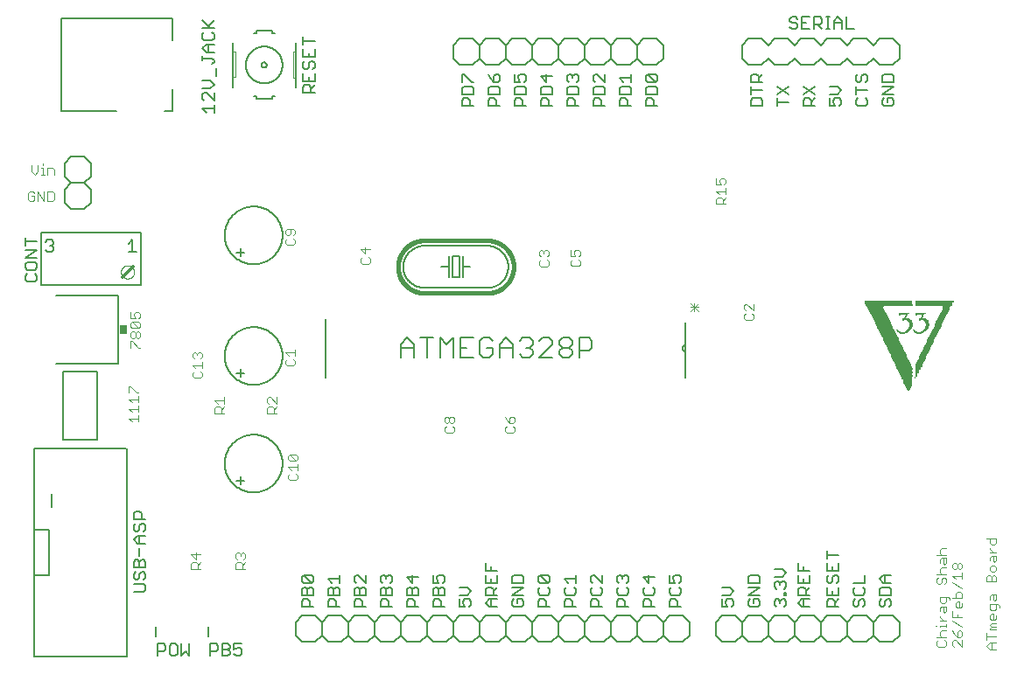
<source format=gto>
G75*
%MOIN*%
%OFA0B0*%
%FSLAX25Y25*%
%IPPOS*%
%LPD*%
%AMOC8*
5,1,8,0,0,1.08239X$1,22.5*
%
%ADD10C,0.00500*%
%ADD11C,0.00400*%
%ADD12R,0.00900X0.00300*%
%ADD13R,0.01500X0.00300*%
%ADD14R,0.02100X0.00300*%
%ADD15R,0.02700X0.00300*%
%ADD16R,0.03000X0.00300*%
%ADD17R,0.03300X0.00300*%
%ADD18R,0.03600X0.00300*%
%ADD19R,0.03900X0.00300*%
%ADD20R,0.00300X0.00300*%
%ADD21R,0.04200X0.00300*%
%ADD22R,0.00600X0.00300*%
%ADD23R,0.04500X0.00300*%
%ADD24R,0.04800X0.00300*%
%ADD25R,0.05100X0.00300*%
%ADD26R,0.01200X0.00300*%
%ADD27R,0.05400X0.00300*%
%ADD28R,0.05700X0.00300*%
%ADD29R,0.01800X0.00300*%
%ADD30R,0.06000X0.00300*%
%ADD31R,0.06300X0.00300*%
%ADD32R,0.02400X0.00300*%
%ADD33R,0.06600X0.00300*%
%ADD34R,0.17400X0.00300*%
%ADD35R,0.13500X0.00300*%
%ADD36R,0.17700X0.00300*%
%ADD37R,0.13800X0.00300*%
%ADD38R,0.18000X0.00300*%
%ADD39R,0.14100X0.00300*%
%ADD40R,0.18300X0.00300*%
%ADD41R,0.14400X0.00300*%
%ADD42C,0.00600*%
%ADD43C,0.00300*%
%ADD44C,0.00800*%
%ADD45C,0.01600*%
%ADD46C,0.00200*%
%ADD47C,0.01200*%
%ADD48R,0.03000X0.03400*%
D10*
X0044546Y0031522D02*
X0048299Y0031522D01*
X0049050Y0032273D01*
X0049050Y0033774D01*
X0048299Y0034525D01*
X0044546Y0034525D01*
X0045297Y0036126D02*
X0046047Y0036126D01*
X0046798Y0036877D01*
X0046798Y0038378D01*
X0047549Y0039129D01*
X0048299Y0039129D01*
X0049050Y0038378D01*
X0049050Y0036877D01*
X0048299Y0036126D01*
X0045297Y0036126D02*
X0044546Y0036877D01*
X0044546Y0038378D01*
X0045297Y0039129D01*
X0044546Y0040730D02*
X0044546Y0042982D01*
X0045297Y0043733D01*
X0046047Y0043733D01*
X0046798Y0042982D01*
X0046798Y0040730D01*
X0049050Y0040730D02*
X0044546Y0040730D01*
X0046798Y0042982D02*
X0047549Y0043733D01*
X0048299Y0043733D01*
X0049050Y0042982D01*
X0049050Y0040730D01*
X0046798Y0045334D02*
X0046798Y0048337D01*
X0046798Y0049938D02*
X0046798Y0052941D01*
X0046047Y0052941D02*
X0049050Y0052941D01*
X0048299Y0054542D02*
X0049050Y0055293D01*
X0049050Y0056794D01*
X0048299Y0057545D01*
X0047549Y0057545D01*
X0046798Y0056794D01*
X0046798Y0055293D01*
X0046047Y0054542D01*
X0045297Y0054542D01*
X0044546Y0055293D01*
X0044546Y0056794D01*
X0045297Y0057545D01*
X0044546Y0059146D02*
X0044546Y0061398D01*
X0045297Y0062149D01*
X0046798Y0062149D01*
X0047549Y0061398D01*
X0047549Y0059146D01*
X0049050Y0059146D02*
X0044546Y0059146D01*
X0046047Y0052941D02*
X0044546Y0051439D01*
X0046047Y0049938D01*
X0049050Y0049938D01*
X0053050Y0018375D02*
X0053050Y0014625D01*
X0053644Y0011754D02*
X0055896Y0011754D01*
X0056647Y0011003D01*
X0056647Y0009502D01*
X0055896Y0008751D01*
X0053644Y0008751D01*
X0053644Y0007250D02*
X0053644Y0011754D01*
X0058248Y0011003D02*
X0058248Y0008001D01*
X0058999Y0007250D01*
X0060500Y0007250D01*
X0061251Y0008001D01*
X0061251Y0011003D01*
X0060500Y0011754D01*
X0058999Y0011754D01*
X0058248Y0011003D01*
X0062852Y0011754D02*
X0062852Y0007250D01*
X0064353Y0008751D01*
X0065855Y0007250D01*
X0065855Y0011754D01*
X0073050Y0014625D02*
X0073050Y0018375D01*
X0073644Y0011754D02*
X0075896Y0011754D01*
X0076647Y0011003D01*
X0076647Y0009502D01*
X0075896Y0008751D01*
X0073644Y0008751D01*
X0073644Y0007250D02*
X0073644Y0011754D01*
X0078248Y0011754D02*
X0080500Y0011754D01*
X0081251Y0011003D01*
X0081251Y0010253D01*
X0080500Y0009502D01*
X0078248Y0009502D01*
X0078248Y0007250D02*
X0078248Y0011754D01*
X0080500Y0009502D02*
X0081251Y0008751D01*
X0081251Y0008001D01*
X0080500Y0007250D01*
X0078248Y0007250D01*
X0082852Y0008001D02*
X0083603Y0007250D01*
X0085104Y0007250D01*
X0085855Y0008001D01*
X0085855Y0009502D01*
X0085104Y0010253D01*
X0084353Y0010253D01*
X0082852Y0009502D01*
X0082852Y0011754D01*
X0085855Y0011754D01*
X0108546Y0025750D02*
X0108546Y0028002D01*
X0109297Y0028753D01*
X0110798Y0028753D01*
X0111549Y0028002D01*
X0111549Y0025750D01*
X0113050Y0025750D02*
X0108546Y0025750D01*
X0108546Y0030354D02*
X0108546Y0032606D01*
X0109297Y0033356D01*
X0110047Y0033356D01*
X0110798Y0032606D01*
X0110798Y0030354D01*
X0113050Y0030354D02*
X0108546Y0030354D01*
X0110798Y0032606D02*
X0111549Y0033356D01*
X0112299Y0033356D01*
X0113050Y0032606D01*
X0113050Y0030354D01*
X0112299Y0034958D02*
X0109297Y0034958D01*
X0108546Y0035708D01*
X0108546Y0037210D01*
X0109297Y0037960D01*
X0112299Y0034958D01*
X0113050Y0035708D01*
X0113050Y0037210D01*
X0112299Y0037960D01*
X0109297Y0037960D01*
X0118546Y0036459D02*
X0123050Y0036459D01*
X0123050Y0034958D02*
X0123050Y0037960D01*
X0120047Y0034958D02*
X0118546Y0036459D01*
X0119297Y0033356D02*
X0120047Y0033356D01*
X0120798Y0032606D01*
X0120798Y0030354D01*
X0120798Y0028753D02*
X0121549Y0028002D01*
X0121549Y0025750D01*
X0123050Y0025750D02*
X0118546Y0025750D01*
X0118546Y0028002D01*
X0119297Y0028753D01*
X0120798Y0028753D01*
X0118546Y0030354D02*
X0118546Y0032606D01*
X0119297Y0033356D01*
X0120798Y0032606D02*
X0121549Y0033356D01*
X0122299Y0033356D01*
X0123050Y0032606D01*
X0123050Y0030354D01*
X0118546Y0030354D01*
X0128546Y0030354D02*
X0128546Y0032606D01*
X0129297Y0033356D01*
X0130047Y0033356D01*
X0130798Y0032606D01*
X0130798Y0030354D01*
X0130798Y0028753D02*
X0129297Y0028753D01*
X0128546Y0028002D01*
X0128546Y0025750D01*
X0133050Y0025750D01*
X0131549Y0025750D02*
X0131549Y0028002D01*
X0130798Y0028753D01*
X0133050Y0030354D02*
X0128546Y0030354D01*
X0130798Y0032606D02*
X0131549Y0033356D01*
X0132299Y0033356D01*
X0133050Y0032606D01*
X0133050Y0030354D01*
X0133050Y0034958D02*
X0130047Y0037960D01*
X0129297Y0037960D01*
X0128546Y0037210D01*
X0128546Y0035708D01*
X0129297Y0034958D01*
X0133050Y0034958D02*
X0133050Y0037960D01*
X0138546Y0037210D02*
X0138546Y0035708D01*
X0139297Y0034958D01*
X0139297Y0033356D02*
X0140047Y0033356D01*
X0140798Y0032606D01*
X0140798Y0030354D01*
X0140798Y0028753D02*
X0141549Y0028002D01*
X0141549Y0025750D01*
X0143050Y0025750D02*
X0138546Y0025750D01*
X0138546Y0028002D01*
X0139297Y0028753D01*
X0140798Y0028753D01*
X0138546Y0030354D02*
X0138546Y0032606D01*
X0139297Y0033356D01*
X0140798Y0032606D02*
X0141549Y0033356D01*
X0142299Y0033356D01*
X0143050Y0032606D01*
X0143050Y0030354D01*
X0138546Y0030354D01*
X0142299Y0034958D02*
X0143050Y0035708D01*
X0143050Y0037210D01*
X0142299Y0037960D01*
X0141549Y0037960D01*
X0140798Y0037210D01*
X0140798Y0036459D01*
X0140798Y0037210D02*
X0140047Y0037960D01*
X0139297Y0037960D01*
X0138546Y0037210D01*
X0148546Y0037210D02*
X0150798Y0034958D01*
X0150798Y0037960D01*
X0153050Y0037210D02*
X0148546Y0037210D01*
X0149297Y0033356D02*
X0148546Y0032606D01*
X0148546Y0030354D01*
X0153050Y0030354D01*
X0153050Y0032606D01*
X0152299Y0033356D01*
X0151549Y0033356D01*
X0150798Y0032606D01*
X0150798Y0030354D01*
X0150798Y0028753D02*
X0151549Y0028002D01*
X0151549Y0025750D01*
X0153050Y0025750D02*
X0148546Y0025750D01*
X0148546Y0028002D01*
X0149297Y0028753D01*
X0150798Y0028753D01*
X0150798Y0032606D02*
X0150047Y0033356D01*
X0149297Y0033356D01*
X0158546Y0032606D02*
X0158546Y0030354D01*
X0163050Y0030354D01*
X0163050Y0032606D01*
X0162299Y0033356D01*
X0161549Y0033356D01*
X0160798Y0032606D01*
X0160798Y0030354D01*
X0160798Y0028753D02*
X0159297Y0028753D01*
X0158546Y0028002D01*
X0158546Y0025750D01*
X0163050Y0025750D01*
X0161549Y0025750D02*
X0161549Y0028002D01*
X0160798Y0028753D01*
X0160798Y0032606D02*
X0160047Y0033356D01*
X0159297Y0033356D01*
X0158546Y0032606D01*
X0158546Y0034958D02*
X0160798Y0034958D01*
X0160047Y0036459D01*
X0160047Y0037210D01*
X0160798Y0037960D01*
X0162299Y0037960D01*
X0163050Y0037210D01*
X0163050Y0035708D01*
X0162299Y0034958D01*
X0158546Y0034958D02*
X0158546Y0037960D01*
X0168546Y0033356D02*
X0171549Y0033356D01*
X0173050Y0031855D01*
X0171549Y0030354D01*
X0168546Y0030354D01*
X0168546Y0028753D02*
X0168546Y0025750D01*
X0170798Y0025750D01*
X0170047Y0027251D01*
X0170047Y0028002D01*
X0170798Y0028753D01*
X0172299Y0028753D01*
X0173050Y0028002D01*
X0173050Y0026501D01*
X0172299Y0025750D01*
X0178546Y0027251D02*
X0180047Y0028753D01*
X0183050Y0028753D01*
X0183050Y0030354D02*
X0178546Y0030354D01*
X0178546Y0032606D01*
X0179297Y0033356D01*
X0180798Y0033356D01*
X0181549Y0032606D01*
X0181549Y0030354D01*
X0181549Y0031855D02*
X0183050Y0033356D01*
X0183050Y0034958D02*
X0178546Y0034958D01*
X0178546Y0037960D01*
X0178546Y0039562D02*
X0178546Y0042564D01*
X0180798Y0041063D02*
X0180798Y0039562D01*
X0183050Y0039562D02*
X0178546Y0039562D01*
X0183050Y0037960D02*
X0183050Y0034958D01*
X0180798Y0034958D02*
X0180798Y0036459D01*
X0188546Y0037210D02*
X0188546Y0034958D01*
X0193050Y0034958D01*
X0193050Y0037210D01*
X0192299Y0037960D01*
X0189297Y0037960D01*
X0188546Y0037210D01*
X0188546Y0033356D02*
X0193050Y0033356D01*
X0188546Y0030354D01*
X0193050Y0030354D01*
X0192299Y0028753D02*
X0190798Y0028753D01*
X0190798Y0027251D01*
X0189297Y0025750D02*
X0188546Y0026501D01*
X0188546Y0028002D01*
X0189297Y0028753D01*
X0192299Y0028753D02*
X0193050Y0028002D01*
X0193050Y0026501D01*
X0192299Y0025750D01*
X0189297Y0025750D01*
X0183050Y0025750D02*
X0180047Y0025750D01*
X0178546Y0027251D01*
X0180798Y0025750D02*
X0180798Y0028753D01*
X0198546Y0028002D02*
X0198546Y0025750D01*
X0203050Y0025750D01*
X0201549Y0025750D02*
X0201549Y0028002D01*
X0200798Y0028753D01*
X0199297Y0028753D01*
X0198546Y0028002D01*
X0199297Y0030354D02*
X0202299Y0030354D01*
X0203050Y0031105D01*
X0203050Y0032606D01*
X0202299Y0033356D01*
X0202299Y0034958D02*
X0199297Y0034958D01*
X0198546Y0035708D01*
X0198546Y0037210D01*
X0199297Y0037960D01*
X0202299Y0034958D01*
X0203050Y0035708D01*
X0203050Y0037210D01*
X0202299Y0037960D01*
X0199297Y0037960D01*
X0199297Y0033356D02*
X0198546Y0032606D01*
X0198546Y0031105D01*
X0199297Y0030354D01*
X0208546Y0031105D02*
X0209297Y0030354D01*
X0212299Y0030354D01*
X0213050Y0031105D01*
X0213050Y0032606D01*
X0212299Y0033356D01*
X0213050Y0034958D02*
X0213050Y0037960D01*
X0213050Y0036459D02*
X0208546Y0036459D01*
X0210047Y0034958D01*
X0209297Y0033356D02*
X0208546Y0032606D01*
X0208546Y0031105D01*
X0209297Y0028753D02*
X0210798Y0028753D01*
X0211549Y0028002D01*
X0211549Y0025750D01*
X0213050Y0025750D02*
X0208546Y0025750D01*
X0208546Y0028002D01*
X0209297Y0028753D01*
X0218546Y0028002D02*
X0218546Y0025750D01*
X0223050Y0025750D01*
X0221549Y0025750D02*
X0221549Y0028002D01*
X0220798Y0028753D01*
X0219297Y0028753D01*
X0218546Y0028002D01*
X0219297Y0030354D02*
X0222299Y0030354D01*
X0223050Y0031105D01*
X0223050Y0032606D01*
X0222299Y0033356D01*
X0223050Y0034958D02*
X0220047Y0037960D01*
X0219297Y0037960D01*
X0218546Y0037210D01*
X0218546Y0035708D01*
X0219297Y0034958D01*
X0219297Y0033356D02*
X0218546Y0032606D01*
X0218546Y0031105D01*
X0219297Y0030354D01*
X0223050Y0034958D02*
X0223050Y0037960D01*
X0228546Y0037210D02*
X0228546Y0035708D01*
X0229297Y0034958D01*
X0229297Y0033356D02*
X0228546Y0032606D01*
X0228546Y0031105D01*
X0229297Y0030354D01*
X0232299Y0030354D01*
X0233050Y0031105D01*
X0233050Y0032606D01*
X0232299Y0033356D01*
X0232299Y0034958D02*
X0233050Y0035708D01*
X0233050Y0037210D01*
X0232299Y0037960D01*
X0231549Y0037960D01*
X0230798Y0037210D01*
X0230798Y0036459D01*
X0230798Y0037210D02*
X0230047Y0037960D01*
X0229297Y0037960D01*
X0228546Y0037210D01*
X0238546Y0037210D02*
X0240798Y0034958D01*
X0240798Y0037960D01*
X0243050Y0037210D02*
X0238546Y0037210D01*
X0239297Y0033356D02*
X0238546Y0032606D01*
X0238546Y0031105D01*
X0239297Y0030354D01*
X0242299Y0030354D01*
X0243050Y0031105D01*
X0243050Y0032606D01*
X0242299Y0033356D01*
X0240798Y0028753D02*
X0239297Y0028753D01*
X0238546Y0028002D01*
X0238546Y0025750D01*
X0243050Y0025750D01*
X0241549Y0025750D02*
X0241549Y0028002D01*
X0240798Y0028753D01*
X0248546Y0028002D02*
X0248546Y0025750D01*
X0253050Y0025750D01*
X0251549Y0025750D02*
X0251549Y0028002D01*
X0250798Y0028753D01*
X0249297Y0028753D01*
X0248546Y0028002D01*
X0249297Y0030354D02*
X0252299Y0030354D01*
X0253050Y0031105D01*
X0253050Y0032606D01*
X0252299Y0033356D01*
X0252299Y0034958D02*
X0253050Y0035708D01*
X0253050Y0037210D01*
X0252299Y0037960D01*
X0250798Y0037960D01*
X0250047Y0037210D01*
X0250047Y0036459D01*
X0250798Y0034958D01*
X0248546Y0034958D01*
X0248546Y0037960D01*
X0249297Y0033356D02*
X0248546Y0032606D01*
X0248546Y0031105D01*
X0249297Y0030354D01*
X0233050Y0025750D02*
X0228546Y0025750D01*
X0228546Y0028002D01*
X0229297Y0028753D01*
X0230798Y0028753D01*
X0231549Y0028002D01*
X0231549Y0025750D01*
X0268546Y0025750D02*
X0270798Y0025750D01*
X0270047Y0027251D01*
X0270047Y0028002D01*
X0270798Y0028753D01*
X0272299Y0028753D01*
X0273050Y0028002D01*
X0273050Y0026501D01*
X0272299Y0025750D01*
X0268546Y0025750D02*
X0268546Y0028753D01*
X0268546Y0030354D02*
X0271549Y0030354D01*
X0273050Y0031855D01*
X0271549Y0033356D01*
X0268546Y0033356D01*
X0278546Y0033356D02*
X0283050Y0033356D01*
X0278546Y0030354D01*
X0283050Y0030354D01*
X0282299Y0028753D02*
X0280798Y0028753D01*
X0280798Y0027251D01*
X0279297Y0025750D02*
X0282299Y0025750D01*
X0283050Y0026501D01*
X0283050Y0028002D01*
X0282299Y0028753D01*
X0279297Y0028753D02*
X0278546Y0028002D01*
X0278546Y0026501D01*
X0279297Y0025750D01*
X0288546Y0026501D02*
X0289297Y0025750D01*
X0288546Y0026501D02*
X0288546Y0028002D01*
X0289297Y0028753D01*
X0290047Y0028753D01*
X0290798Y0028002D01*
X0291549Y0028753D01*
X0292299Y0028753D01*
X0293050Y0028002D01*
X0293050Y0026501D01*
X0292299Y0025750D01*
X0290798Y0027251D02*
X0290798Y0028002D01*
X0292299Y0030354D02*
X0292299Y0031105D01*
X0293050Y0031105D01*
X0293050Y0030354D01*
X0292299Y0030354D01*
X0292299Y0032656D02*
X0293050Y0033407D01*
X0293050Y0034908D01*
X0292299Y0035658D01*
X0291549Y0035658D01*
X0290798Y0034908D01*
X0290798Y0034157D01*
X0290798Y0034908D02*
X0290047Y0035658D01*
X0289297Y0035658D01*
X0288546Y0034908D01*
X0288546Y0033407D01*
X0289297Y0032656D01*
X0283050Y0034958D02*
X0283050Y0037210D01*
X0282299Y0037960D01*
X0279297Y0037960D01*
X0278546Y0037210D01*
X0278546Y0034958D01*
X0283050Y0034958D01*
X0288546Y0037260D02*
X0291549Y0037260D01*
X0293050Y0038761D01*
X0291549Y0040262D01*
X0288546Y0040262D01*
X0297546Y0039562D02*
X0297546Y0042564D01*
X0299798Y0041063D02*
X0299798Y0039562D01*
X0302050Y0039562D02*
X0297546Y0039562D01*
X0297546Y0037960D02*
X0297546Y0034958D01*
X0302050Y0034958D01*
X0302050Y0037960D01*
X0299798Y0036459D02*
X0299798Y0034958D01*
X0299798Y0033356D02*
X0300549Y0032606D01*
X0300549Y0030354D01*
X0302050Y0030354D02*
X0297546Y0030354D01*
X0297546Y0032606D01*
X0298297Y0033356D01*
X0299798Y0033356D01*
X0300549Y0031855D02*
X0302050Y0033356D01*
X0308546Y0033356D02*
X0308546Y0030354D01*
X0313050Y0030354D01*
X0313050Y0033356D01*
X0312299Y0034958D02*
X0313050Y0035708D01*
X0313050Y0037210D01*
X0312299Y0037960D01*
X0311549Y0037960D01*
X0310798Y0037210D01*
X0310798Y0035708D01*
X0310047Y0034958D01*
X0309297Y0034958D01*
X0308546Y0035708D01*
X0308546Y0037210D01*
X0309297Y0037960D01*
X0308546Y0039562D02*
X0313050Y0039562D01*
X0313050Y0042564D01*
X0310798Y0041063D02*
X0310798Y0039562D01*
X0308546Y0039562D02*
X0308546Y0042564D01*
X0308546Y0044166D02*
X0308546Y0047168D01*
X0308546Y0045667D02*
X0313050Y0045667D01*
X0323050Y0037960D02*
X0323050Y0034958D01*
X0318546Y0034958D01*
X0319297Y0033356D02*
X0318546Y0032606D01*
X0318546Y0031105D01*
X0319297Y0030354D01*
X0322299Y0030354D01*
X0323050Y0031105D01*
X0323050Y0032606D01*
X0322299Y0033356D01*
X0322299Y0028753D02*
X0323050Y0028002D01*
X0323050Y0026501D01*
X0322299Y0025750D01*
X0320798Y0026501D02*
X0320798Y0028002D01*
X0321549Y0028753D01*
X0322299Y0028753D01*
X0320798Y0026501D02*
X0320047Y0025750D01*
X0319297Y0025750D01*
X0318546Y0026501D01*
X0318546Y0028002D01*
X0319297Y0028753D01*
X0313050Y0028753D02*
X0311549Y0027251D01*
X0311549Y0028002D02*
X0311549Y0025750D01*
X0313050Y0025750D02*
X0308546Y0025750D01*
X0308546Y0028002D01*
X0309297Y0028753D01*
X0310798Y0028753D01*
X0311549Y0028002D01*
X0310798Y0030354D02*
X0310798Y0031855D01*
X0302050Y0028753D02*
X0299047Y0028753D01*
X0297546Y0027251D01*
X0299047Y0025750D01*
X0302050Y0025750D01*
X0299798Y0025750D02*
X0299798Y0028753D01*
X0328546Y0028002D02*
X0328546Y0026501D01*
X0329297Y0025750D01*
X0330047Y0025750D01*
X0330798Y0026501D01*
X0330798Y0028002D01*
X0331549Y0028753D01*
X0332299Y0028753D01*
X0333050Y0028002D01*
X0333050Y0026501D01*
X0332299Y0025750D01*
X0329297Y0028753D02*
X0328546Y0028002D01*
X0328546Y0030354D02*
X0328546Y0032606D01*
X0329297Y0033356D01*
X0332299Y0033356D01*
X0333050Y0032606D01*
X0333050Y0030354D01*
X0328546Y0030354D01*
X0330047Y0034958D02*
X0328546Y0036459D01*
X0330047Y0037960D01*
X0333050Y0037960D01*
X0330798Y0037960D02*
X0330798Y0034958D01*
X0330047Y0034958D02*
X0333050Y0034958D01*
X0075250Y0214319D02*
X0075250Y0217321D01*
X0075250Y0215820D02*
X0070746Y0215820D01*
X0072247Y0214319D01*
X0071497Y0218922D02*
X0070746Y0219673D01*
X0070746Y0221174D01*
X0071497Y0221925D01*
X0072247Y0221925D01*
X0075250Y0218922D01*
X0075250Y0221925D01*
X0073749Y0223526D02*
X0070746Y0223526D01*
X0073749Y0223526D02*
X0075250Y0225028D01*
X0073749Y0226529D01*
X0070746Y0226529D01*
X0076001Y0228130D02*
X0076001Y0231133D01*
X0074499Y0232734D02*
X0075250Y0233485D01*
X0075250Y0234236D01*
X0074499Y0234986D01*
X0070746Y0234986D01*
X0070746Y0234236D02*
X0070746Y0235737D01*
X0072247Y0237338D02*
X0070746Y0238839D01*
X0072247Y0240341D01*
X0075250Y0240341D01*
X0074499Y0241942D02*
X0071497Y0241942D01*
X0070746Y0242693D01*
X0070746Y0244194D01*
X0071497Y0244945D01*
X0070746Y0246546D02*
X0075250Y0246546D01*
X0073749Y0246546D02*
X0070746Y0249549D01*
X0072998Y0247297D02*
X0075250Y0249549D01*
X0074499Y0244945D02*
X0075250Y0244194D01*
X0075250Y0242693D01*
X0074499Y0241942D01*
X0072998Y0240341D02*
X0072998Y0237338D01*
X0072247Y0237338D02*
X0075250Y0237338D01*
X0109046Y0238545D02*
X0109046Y0235542D01*
X0113550Y0235542D01*
X0113550Y0238545D01*
X0111298Y0237043D02*
X0111298Y0235542D01*
X0112049Y0233941D02*
X0112799Y0233941D01*
X0113550Y0233190D01*
X0113550Y0231689D01*
X0112799Y0230938D01*
X0111298Y0231689D02*
X0111298Y0233190D01*
X0112049Y0233941D01*
X0109797Y0233941D02*
X0109046Y0233190D01*
X0109046Y0231689D01*
X0109797Y0230938D01*
X0110547Y0230938D01*
X0111298Y0231689D01*
X0109046Y0229337D02*
X0109046Y0226334D01*
X0113550Y0226334D01*
X0113550Y0229337D01*
X0111298Y0227836D02*
X0111298Y0226334D01*
X0111298Y0224733D02*
X0109797Y0224733D01*
X0109046Y0223982D01*
X0109046Y0221730D01*
X0113550Y0221730D01*
X0112049Y0221730D02*
X0112049Y0223982D01*
X0111298Y0224733D01*
X0112049Y0223232D02*
X0113550Y0224733D01*
X0109046Y0240146D02*
X0109046Y0243149D01*
X0109046Y0241647D02*
X0113550Y0241647D01*
X0169546Y0228960D02*
X0169546Y0225958D01*
X0170297Y0224356D02*
X0169546Y0223606D01*
X0169546Y0221354D01*
X0174050Y0221354D01*
X0174050Y0223606D01*
X0173299Y0224356D01*
X0170297Y0224356D01*
X0173299Y0225958D02*
X0174050Y0225958D01*
X0173299Y0225958D02*
X0170297Y0228960D01*
X0169546Y0228960D01*
X0170297Y0219753D02*
X0171798Y0219753D01*
X0172549Y0219002D01*
X0172549Y0216750D01*
X0174050Y0216750D02*
X0169546Y0216750D01*
X0169546Y0219002D01*
X0170297Y0219753D01*
X0179546Y0219002D02*
X0179546Y0216750D01*
X0184050Y0216750D01*
X0182549Y0216750D02*
X0182549Y0219002D01*
X0181798Y0219753D01*
X0180297Y0219753D01*
X0179546Y0219002D01*
X0179546Y0221354D02*
X0179546Y0223606D01*
X0180297Y0224356D01*
X0183299Y0224356D01*
X0184050Y0223606D01*
X0184050Y0221354D01*
X0179546Y0221354D01*
X0181798Y0225958D02*
X0181798Y0228210D01*
X0182549Y0228960D01*
X0183299Y0228960D01*
X0184050Y0228210D01*
X0184050Y0226708D01*
X0183299Y0225958D01*
X0181798Y0225958D01*
X0180297Y0227459D01*
X0179546Y0228960D01*
X0189546Y0228960D02*
X0189546Y0225958D01*
X0191798Y0225958D01*
X0191047Y0227459D01*
X0191047Y0228210D01*
X0191798Y0228960D01*
X0193299Y0228960D01*
X0194050Y0228210D01*
X0194050Y0226708D01*
X0193299Y0225958D01*
X0193299Y0224356D02*
X0190297Y0224356D01*
X0189546Y0223606D01*
X0189546Y0221354D01*
X0194050Y0221354D01*
X0194050Y0223606D01*
X0193299Y0224356D01*
X0191798Y0219753D02*
X0190297Y0219753D01*
X0189546Y0219002D01*
X0189546Y0216750D01*
X0194050Y0216750D01*
X0192549Y0216750D02*
X0192549Y0219002D01*
X0191798Y0219753D01*
X0199546Y0219002D02*
X0199546Y0216750D01*
X0204050Y0216750D01*
X0202549Y0216750D02*
X0202549Y0219002D01*
X0201798Y0219753D01*
X0200297Y0219753D01*
X0199546Y0219002D01*
X0199546Y0221354D02*
X0199546Y0223606D01*
X0200297Y0224356D01*
X0203299Y0224356D01*
X0204050Y0223606D01*
X0204050Y0221354D01*
X0199546Y0221354D01*
X0201798Y0225958D02*
X0201798Y0228960D01*
X0199546Y0228210D02*
X0201798Y0225958D01*
X0204050Y0228210D02*
X0199546Y0228210D01*
X0209546Y0228210D02*
X0209546Y0226708D01*
X0210297Y0225958D01*
X0210297Y0224356D02*
X0209546Y0223606D01*
X0209546Y0221354D01*
X0214050Y0221354D01*
X0214050Y0223606D01*
X0213299Y0224356D01*
X0210297Y0224356D01*
X0213299Y0225958D02*
X0214050Y0226708D01*
X0214050Y0228210D01*
X0213299Y0228960D01*
X0212549Y0228960D01*
X0211798Y0228210D01*
X0211798Y0227459D01*
X0211798Y0228210D02*
X0211047Y0228960D01*
X0210297Y0228960D01*
X0209546Y0228210D01*
X0210297Y0219753D02*
X0211798Y0219753D01*
X0212549Y0219002D01*
X0212549Y0216750D01*
X0214050Y0216750D02*
X0209546Y0216750D01*
X0209546Y0219002D01*
X0210297Y0219753D01*
X0219546Y0219002D02*
X0219546Y0216750D01*
X0224050Y0216750D01*
X0222549Y0216750D02*
X0222549Y0219002D01*
X0221798Y0219753D01*
X0220297Y0219753D01*
X0219546Y0219002D01*
X0219546Y0221354D02*
X0219546Y0223606D01*
X0220297Y0224356D01*
X0223299Y0224356D01*
X0224050Y0223606D01*
X0224050Y0221354D01*
X0219546Y0221354D01*
X0220297Y0225958D02*
X0219546Y0226708D01*
X0219546Y0228210D01*
X0220297Y0228960D01*
X0221047Y0228960D01*
X0224050Y0225958D01*
X0224050Y0228960D01*
X0229546Y0227459D02*
X0234050Y0227459D01*
X0234050Y0225958D02*
X0234050Y0228960D01*
X0231047Y0225958D02*
X0229546Y0227459D01*
X0230297Y0224356D02*
X0229546Y0223606D01*
X0229546Y0221354D01*
X0234050Y0221354D01*
X0234050Y0223606D01*
X0233299Y0224356D01*
X0230297Y0224356D01*
X0230297Y0219753D02*
X0231798Y0219753D01*
X0232549Y0219002D01*
X0232549Y0216750D01*
X0234050Y0216750D02*
X0229546Y0216750D01*
X0229546Y0219002D01*
X0230297Y0219753D01*
X0239546Y0219002D02*
X0239546Y0216750D01*
X0244050Y0216750D01*
X0242549Y0216750D02*
X0242549Y0219002D01*
X0241798Y0219753D01*
X0240297Y0219753D01*
X0239546Y0219002D01*
X0239546Y0221354D02*
X0239546Y0223606D01*
X0240297Y0224356D01*
X0243299Y0224356D01*
X0244050Y0223606D01*
X0244050Y0221354D01*
X0239546Y0221354D01*
X0240297Y0225958D02*
X0239546Y0226708D01*
X0239546Y0228210D01*
X0240297Y0228960D01*
X0243299Y0225958D01*
X0244050Y0226708D01*
X0244050Y0228210D01*
X0243299Y0228960D01*
X0240297Y0228960D01*
X0240297Y0225958D02*
X0243299Y0225958D01*
X0279546Y0225958D02*
X0279546Y0228210D01*
X0280297Y0228960D01*
X0281798Y0228960D01*
X0282549Y0228210D01*
X0282549Y0225958D01*
X0284050Y0225958D02*
X0279546Y0225958D01*
X0279546Y0224356D02*
X0279546Y0221354D01*
X0279546Y0222855D02*
X0284050Y0222855D01*
X0283299Y0219753D02*
X0280297Y0219753D01*
X0279546Y0219002D01*
X0279546Y0216750D01*
X0284050Y0216750D01*
X0284050Y0219002D01*
X0283299Y0219753D01*
X0289546Y0219753D02*
X0289546Y0216750D01*
X0289546Y0218251D02*
X0294050Y0218251D01*
X0294050Y0221354D02*
X0289546Y0224356D01*
X0289546Y0221354D02*
X0294050Y0224356D01*
X0299546Y0224356D02*
X0304050Y0221354D01*
X0304050Y0219753D02*
X0302549Y0218251D01*
X0302549Y0219002D02*
X0302549Y0216750D01*
X0304050Y0216750D02*
X0299546Y0216750D01*
X0299546Y0219002D01*
X0300297Y0219753D01*
X0301798Y0219753D01*
X0302549Y0219002D01*
X0299546Y0221354D02*
X0304050Y0224356D01*
X0309546Y0224356D02*
X0312549Y0224356D01*
X0314050Y0222855D01*
X0312549Y0221354D01*
X0309546Y0221354D01*
X0309546Y0219753D02*
X0309546Y0216750D01*
X0311798Y0216750D01*
X0311047Y0218251D01*
X0311047Y0219002D01*
X0311798Y0219753D01*
X0313299Y0219753D01*
X0314050Y0219002D01*
X0314050Y0217501D01*
X0313299Y0216750D01*
X0319546Y0217501D02*
X0320297Y0216750D01*
X0323299Y0216750D01*
X0324050Y0217501D01*
X0324050Y0219002D01*
X0323299Y0219753D01*
X0320297Y0219753D02*
X0319546Y0219002D01*
X0319546Y0217501D01*
X0319546Y0221354D02*
X0319546Y0224356D01*
X0319546Y0222855D02*
X0324050Y0222855D01*
X0323299Y0225958D02*
X0324050Y0226708D01*
X0324050Y0228210D01*
X0323299Y0228960D01*
X0322549Y0228960D01*
X0321798Y0228210D01*
X0321798Y0226708D01*
X0321047Y0225958D01*
X0320297Y0225958D01*
X0319546Y0226708D01*
X0319546Y0228210D01*
X0320297Y0228960D01*
X0329546Y0228210D02*
X0329546Y0225958D01*
X0334050Y0225958D01*
X0334050Y0228210D01*
X0333299Y0228960D01*
X0330297Y0228960D01*
X0329546Y0228210D01*
X0329546Y0224356D02*
X0334050Y0224356D01*
X0329546Y0221354D01*
X0334050Y0221354D01*
X0333299Y0219753D02*
X0331798Y0219753D01*
X0331798Y0218251D01*
X0330297Y0216750D02*
X0329546Y0217501D01*
X0329546Y0219002D01*
X0330297Y0219753D01*
X0333299Y0219753D02*
X0334050Y0219002D01*
X0334050Y0217501D01*
X0333299Y0216750D01*
X0330297Y0216750D01*
X0318949Y0246250D02*
X0315946Y0246250D01*
X0315946Y0250754D01*
X0314345Y0249253D02*
X0314345Y0246250D01*
X0314345Y0248502D02*
X0311342Y0248502D01*
X0311342Y0249253D02*
X0312843Y0250754D01*
X0314345Y0249253D01*
X0311342Y0249253D02*
X0311342Y0246250D01*
X0309774Y0246250D02*
X0308273Y0246250D01*
X0309023Y0246250D02*
X0309023Y0250754D01*
X0308273Y0250754D02*
X0309774Y0250754D01*
X0306671Y0250003D02*
X0306671Y0248502D01*
X0305921Y0247751D01*
X0303669Y0247751D01*
X0303669Y0246250D02*
X0303669Y0250754D01*
X0305921Y0250754D01*
X0306671Y0250003D01*
X0305170Y0247751D02*
X0306671Y0246250D01*
X0302068Y0246250D02*
X0299065Y0246250D01*
X0299065Y0250754D01*
X0302068Y0250754D01*
X0300566Y0248502D02*
X0299065Y0248502D01*
X0297464Y0247751D02*
X0297464Y0247001D01*
X0296713Y0246250D01*
X0295212Y0246250D01*
X0294461Y0247001D01*
X0295212Y0248502D02*
X0296713Y0248502D01*
X0297464Y0247751D01*
X0297464Y0250003D02*
X0296713Y0250754D01*
X0295212Y0250754D01*
X0294461Y0250003D01*
X0294461Y0249253D01*
X0295212Y0248502D01*
X0284050Y0228960D02*
X0282549Y0227459D01*
X0045553Y0161250D02*
X0042550Y0161250D01*
X0044051Y0161250D02*
X0044051Y0165754D01*
X0042550Y0164253D01*
X0014053Y0164253D02*
X0013302Y0163502D01*
X0014053Y0162751D01*
X0014053Y0162001D01*
X0013302Y0161250D01*
X0011801Y0161250D01*
X0011050Y0162001D01*
X0012551Y0163502D02*
X0013302Y0163502D01*
X0014053Y0164253D02*
X0014053Y0165003D01*
X0013302Y0165754D01*
X0011801Y0165754D01*
X0011050Y0165003D01*
X0007750Y0165063D02*
X0003246Y0165063D01*
X0003246Y0163562D02*
X0003246Y0166564D01*
X0003246Y0161960D02*
X0007750Y0161960D01*
X0003246Y0158958D01*
X0007750Y0158958D01*
X0006999Y0157356D02*
X0007750Y0156606D01*
X0007750Y0155105D01*
X0006999Y0154354D01*
X0003997Y0154354D01*
X0003246Y0155105D01*
X0003246Y0156606D01*
X0003997Y0157356D01*
X0006999Y0157356D01*
X0006999Y0152753D02*
X0007750Y0152002D01*
X0007750Y0150501D01*
X0006999Y0149750D01*
X0003997Y0149750D01*
X0003246Y0150501D01*
X0003246Y0152002D01*
X0003997Y0152753D01*
D11*
X0043497Y0138151D02*
X0043497Y0135749D01*
X0045298Y0135749D01*
X0044698Y0136950D01*
X0044698Y0137551D01*
X0045298Y0138151D01*
X0046499Y0138151D01*
X0047100Y0137551D01*
X0047100Y0136350D01*
X0046499Y0135749D01*
X0046499Y0134468D02*
X0047100Y0133868D01*
X0047100Y0132667D01*
X0046499Y0132066D01*
X0044097Y0134468D01*
X0046499Y0134468D01*
X0044097Y0134468D02*
X0043497Y0133868D01*
X0043497Y0132667D01*
X0044097Y0132066D01*
X0046499Y0132066D01*
X0046499Y0130785D02*
X0047100Y0130185D01*
X0047100Y0128984D01*
X0046499Y0128383D01*
X0045899Y0128383D01*
X0045298Y0128984D01*
X0045298Y0130185D01*
X0045899Y0130785D01*
X0046499Y0130785D01*
X0045298Y0130185D02*
X0044698Y0130785D01*
X0044097Y0130785D01*
X0043497Y0130185D01*
X0043497Y0128984D01*
X0044097Y0128383D01*
X0044698Y0128383D01*
X0045298Y0128984D01*
X0044097Y0127102D02*
X0046499Y0124700D01*
X0047100Y0124700D01*
X0043497Y0124700D02*
X0043497Y0127102D01*
X0044097Y0127102D01*
X0043347Y0109901D02*
X0045749Y0107499D01*
X0046350Y0107499D01*
X0046350Y0106218D02*
X0046350Y0103816D01*
X0046350Y0105017D02*
X0042747Y0105017D01*
X0043948Y0103816D01*
X0046350Y0102535D02*
X0046350Y0100133D01*
X0046350Y0101334D02*
X0042747Y0101334D01*
X0043948Y0100133D01*
X0046350Y0098852D02*
X0046350Y0096450D01*
X0046350Y0097651D02*
X0042747Y0097651D01*
X0043948Y0096450D01*
X0042747Y0107499D02*
X0042747Y0109901D01*
X0043347Y0109901D01*
X0066942Y0113751D02*
X0067542Y0113151D01*
X0069944Y0113151D01*
X0070545Y0113751D01*
X0070545Y0114952D01*
X0069944Y0115553D01*
X0070545Y0116834D02*
X0070545Y0119236D01*
X0070545Y0118035D02*
X0066942Y0118035D01*
X0068143Y0116834D01*
X0067542Y0115553D02*
X0066942Y0114952D01*
X0066942Y0113751D01*
X0067542Y0120517D02*
X0066942Y0121117D01*
X0066942Y0122318D01*
X0067542Y0122919D01*
X0068143Y0122919D01*
X0068743Y0122318D01*
X0069344Y0122919D01*
X0069944Y0122919D01*
X0070545Y0122318D01*
X0070545Y0121117D01*
X0069944Y0120517D01*
X0068743Y0121718D02*
X0068743Y0122318D01*
X0079100Y0105785D02*
X0079100Y0103383D01*
X0079100Y0104584D02*
X0075497Y0104584D01*
X0076698Y0103383D01*
X0077298Y0102102D02*
X0077899Y0101502D01*
X0077899Y0099700D01*
X0079100Y0099700D02*
X0075497Y0099700D01*
X0075497Y0101502D01*
X0076097Y0102102D01*
X0077298Y0102102D01*
X0077899Y0100901D02*
X0079100Y0102102D01*
X0095497Y0101502D02*
X0096097Y0102102D01*
X0097298Y0102102D01*
X0097899Y0101502D01*
X0097899Y0099700D01*
X0099100Y0099700D02*
X0095497Y0099700D01*
X0095497Y0101502D01*
X0096097Y0103383D02*
X0095497Y0103984D01*
X0095497Y0105185D01*
X0096097Y0105785D01*
X0096698Y0105785D01*
X0099100Y0103383D01*
X0099100Y0105785D01*
X0099100Y0102102D02*
X0097899Y0100901D01*
X0104097Y0083968D02*
X0106499Y0081566D01*
X0107100Y0082167D01*
X0107100Y0083368D01*
X0106499Y0083968D01*
X0104097Y0083968D01*
X0103497Y0083368D01*
X0103497Y0082167D01*
X0104097Y0081566D01*
X0106499Y0081566D01*
X0107100Y0080285D02*
X0107100Y0077883D01*
X0107100Y0079084D02*
X0103497Y0079084D01*
X0104698Y0077883D01*
X0104097Y0076602D02*
X0103497Y0076002D01*
X0103497Y0074801D01*
X0104097Y0074200D01*
X0106499Y0074200D01*
X0107100Y0074801D01*
X0107100Y0076002D01*
X0106499Y0076602D01*
X0086499Y0046419D02*
X0087100Y0045818D01*
X0087100Y0044617D01*
X0086499Y0044017D01*
X0087100Y0042736D02*
X0085899Y0041535D01*
X0085899Y0042135D02*
X0085899Y0040334D01*
X0087100Y0040334D02*
X0083497Y0040334D01*
X0083497Y0042135D01*
X0084097Y0042736D01*
X0085298Y0042736D01*
X0085899Y0042135D01*
X0084097Y0044017D02*
X0083497Y0044617D01*
X0083497Y0045818D01*
X0084097Y0046419D01*
X0084698Y0046419D01*
X0085298Y0045818D01*
X0085899Y0046419D01*
X0086499Y0046419D01*
X0085298Y0045818D02*
X0085298Y0045218D01*
X0070100Y0045818D02*
X0066497Y0045818D01*
X0068298Y0044017D01*
X0068298Y0046419D01*
X0068298Y0042736D02*
X0068899Y0042135D01*
X0068899Y0040334D01*
X0068899Y0041535D02*
X0070100Y0042736D01*
X0068298Y0042736D02*
X0067097Y0042736D01*
X0066497Y0042135D01*
X0066497Y0040334D01*
X0070100Y0040334D01*
X0162942Y0092871D02*
X0163542Y0092271D01*
X0165944Y0092271D01*
X0166545Y0092871D01*
X0166545Y0094072D01*
X0165944Y0094673D01*
X0165944Y0095954D02*
X0165344Y0095954D01*
X0164743Y0096554D01*
X0164743Y0097755D01*
X0165344Y0098356D01*
X0165944Y0098356D01*
X0166545Y0097755D01*
X0166545Y0096554D01*
X0165944Y0095954D01*
X0164743Y0096554D02*
X0164143Y0095954D01*
X0163542Y0095954D01*
X0162942Y0096554D01*
X0162942Y0097755D01*
X0163542Y0098356D01*
X0164143Y0098356D01*
X0164743Y0097755D01*
X0163542Y0094673D02*
X0162942Y0094072D01*
X0162942Y0092871D01*
X0185942Y0092871D02*
X0186542Y0092271D01*
X0188944Y0092271D01*
X0189545Y0092871D01*
X0189545Y0094072D01*
X0188944Y0094673D01*
X0188944Y0095954D02*
X0189545Y0096554D01*
X0189545Y0097755D01*
X0188944Y0098356D01*
X0188344Y0098356D01*
X0187743Y0097755D01*
X0187743Y0095954D01*
X0188944Y0095954D01*
X0187743Y0095954D02*
X0186542Y0097155D01*
X0185942Y0098356D01*
X0186542Y0094673D02*
X0185942Y0094072D01*
X0185942Y0092871D01*
X0106100Y0118434D02*
X0106100Y0119635D01*
X0105499Y0120236D01*
X0106100Y0121517D02*
X0106100Y0123919D01*
X0106100Y0122718D02*
X0102497Y0122718D01*
X0103698Y0121517D01*
X0103097Y0120236D02*
X0102497Y0119635D01*
X0102497Y0118434D01*
X0103097Y0117834D01*
X0105499Y0117834D01*
X0106100Y0118434D01*
X0131542Y0156708D02*
X0133944Y0156708D01*
X0134545Y0157308D01*
X0134545Y0158509D01*
X0133944Y0159110D01*
X0132743Y0160391D02*
X0132743Y0162793D01*
X0130942Y0162192D02*
X0132743Y0160391D01*
X0131542Y0159110D02*
X0130942Y0158509D01*
X0130942Y0157308D01*
X0131542Y0156708D01*
X0130942Y0162192D02*
X0134545Y0162192D01*
X0106100Y0164434D02*
X0106100Y0165635D01*
X0105499Y0166236D01*
X0105499Y0167517D02*
X0106100Y0168117D01*
X0106100Y0169318D01*
X0105499Y0169919D01*
X0103097Y0169919D01*
X0102497Y0169318D01*
X0102497Y0168117D01*
X0103097Y0167517D01*
X0103698Y0167517D01*
X0104298Y0168117D01*
X0104298Y0169919D01*
X0103097Y0166236D02*
X0102497Y0165635D01*
X0102497Y0164434D01*
X0103097Y0163834D01*
X0105499Y0163834D01*
X0106100Y0164434D01*
X0014219Y0181301D02*
X0014219Y0183703D01*
X0013618Y0184303D01*
X0011817Y0184303D01*
X0011817Y0180700D01*
X0013618Y0180700D01*
X0014219Y0181301D01*
X0010536Y0180700D02*
X0010536Y0184303D01*
X0008134Y0184303D02*
X0010536Y0180700D01*
X0008134Y0180700D02*
X0008134Y0184303D01*
X0006853Y0183703D02*
X0006252Y0184303D01*
X0005051Y0184303D01*
X0004451Y0183703D01*
X0004451Y0181301D01*
X0005051Y0180700D01*
X0006252Y0180700D01*
X0006853Y0181301D01*
X0006853Y0182502D01*
X0005652Y0182502D01*
X0006879Y0190700D02*
X0008080Y0191901D01*
X0008080Y0194303D01*
X0009361Y0193102D02*
X0009962Y0193102D01*
X0009962Y0190700D01*
X0010562Y0190700D02*
X0009361Y0190700D01*
X0011817Y0190700D02*
X0011817Y0193102D01*
X0013618Y0193102D01*
X0014219Y0192502D01*
X0014219Y0190700D01*
X0009962Y0194303D02*
X0009962Y0194904D01*
X0005678Y0194303D02*
X0005678Y0191901D01*
X0006879Y0190700D01*
X0198942Y0161192D02*
X0199542Y0161793D01*
X0200143Y0161793D01*
X0200743Y0161192D01*
X0201344Y0161793D01*
X0201944Y0161793D01*
X0202545Y0161192D01*
X0202545Y0159991D01*
X0201944Y0159391D01*
X0201944Y0158110D02*
X0202545Y0157509D01*
X0202545Y0156308D01*
X0201944Y0155708D01*
X0199542Y0155708D01*
X0198942Y0156308D01*
X0198942Y0157509D01*
X0199542Y0158110D01*
X0199542Y0159391D02*
X0198942Y0159991D01*
X0198942Y0161192D01*
X0200743Y0161192D02*
X0200743Y0160592D01*
X0211052Y0159446D02*
X0212854Y0159446D01*
X0212253Y0160647D01*
X0212253Y0161248D01*
X0212854Y0161848D01*
X0214055Y0161848D01*
X0214655Y0161248D01*
X0214655Y0160047D01*
X0214055Y0159446D01*
X0214055Y0158165D02*
X0214655Y0157565D01*
X0214655Y0156363D01*
X0214055Y0155763D01*
X0211653Y0155763D01*
X0211052Y0156363D01*
X0211052Y0157565D01*
X0211653Y0158165D01*
X0211052Y0159446D02*
X0211052Y0161848D01*
X0266497Y0179460D02*
X0266497Y0181261D01*
X0267097Y0181862D01*
X0268298Y0181862D01*
X0268899Y0181261D01*
X0268899Y0179460D01*
X0268899Y0180661D02*
X0270100Y0181862D01*
X0270100Y0183143D02*
X0270100Y0185545D01*
X0270100Y0184344D02*
X0266497Y0184344D01*
X0267698Y0183143D01*
X0268298Y0186826D02*
X0266497Y0186826D01*
X0266497Y0189228D01*
X0267698Y0188628D02*
X0267698Y0188027D01*
X0268298Y0186826D01*
X0269499Y0186826D02*
X0270100Y0187427D01*
X0270100Y0188628D01*
X0269499Y0189228D01*
X0268298Y0189228D01*
X0267698Y0188628D01*
X0266497Y0179460D02*
X0270100Y0179460D01*
X0277542Y0141356D02*
X0276942Y0140755D01*
X0276942Y0139554D01*
X0277542Y0138954D01*
X0277542Y0137673D02*
X0276942Y0137072D01*
X0276942Y0135871D01*
X0277542Y0135271D01*
X0279944Y0135271D01*
X0280545Y0135871D01*
X0280545Y0137072D01*
X0279944Y0137673D01*
X0280545Y0138954D02*
X0278143Y0141356D01*
X0277542Y0141356D01*
X0280545Y0141356D02*
X0280545Y0138954D01*
X0369497Y0052003D02*
X0373100Y0052003D01*
X0373100Y0050201D01*
X0372499Y0049601D01*
X0371298Y0049601D01*
X0370698Y0050201D01*
X0370698Y0052003D01*
X0370698Y0048333D02*
X0370698Y0047732D01*
X0371899Y0046531D01*
X0373100Y0046531D02*
X0370698Y0046531D01*
X0371298Y0045250D02*
X0373100Y0045250D01*
X0373100Y0043449D01*
X0372499Y0042848D01*
X0371899Y0043449D01*
X0371899Y0045250D01*
X0371298Y0045250D02*
X0370698Y0044650D01*
X0370698Y0043449D01*
X0371298Y0041567D02*
X0370698Y0040967D01*
X0370698Y0039766D01*
X0371298Y0039165D01*
X0372499Y0039165D01*
X0373100Y0039766D01*
X0373100Y0040967D01*
X0372499Y0041567D01*
X0371298Y0041567D01*
X0370698Y0037884D02*
X0370097Y0037884D01*
X0369497Y0037284D01*
X0369497Y0035482D01*
X0373100Y0035482D01*
X0373100Y0037284D01*
X0372499Y0037884D01*
X0371899Y0037884D01*
X0371298Y0037284D01*
X0371298Y0035482D01*
X0371298Y0037284D02*
X0370698Y0037884D01*
X0371298Y0030518D02*
X0373100Y0030518D01*
X0373100Y0028716D01*
X0372499Y0028116D01*
X0371899Y0028716D01*
X0371899Y0030518D01*
X0371298Y0030518D02*
X0370698Y0029917D01*
X0370698Y0028716D01*
X0370698Y0026835D02*
X0370698Y0025033D01*
X0371298Y0024433D01*
X0372499Y0024433D01*
X0373100Y0025033D01*
X0373100Y0026835D01*
X0373701Y0026835D02*
X0370698Y0026835D01*
X0373701Y0026835D02*
X0374301Y0026234D01*
X0374301Y0025634D01*
X0373100Y0022551D02*
X0373100Y0021350D01*
X0372499Y0020749D01*
X0371298Y0020749D01*
X0370698Y0021350D01*
X0370698Y0022551D01*
X0371298Y0023151D01*
X0371899Y0023151D01*
X0371899Y0020749D01*
X0371298Y0019468D02*
X0373100Y0019468D01*
X0373100Y0018267D02*
X0371298Y0018267D01*
X0370698Y0018868D01*
X0371298Y0019468D01*
X0371298Y0018267D02*
X0370698Y0017667D01*
X0370698Y0017066D01*
X0373100Y0017066D01*
X0373100Y0014584D02*
X0369497Y0014584D01*
X0369497Y0013383D02*
X0369497Y0015785D01*
X0370698Y0012102D02*
X0369497Y0010901D01*
X0370698Y0009700D01*
X0373100Y0009700D01*
X0371298Y0009700D02*
X0371298Y0012102D01*
X0370698Y0012102D02*
X0373100Y0012102D01*
X0360100Y0013102D02*
X0360100Y0010700D01*
X0357698Y0013102D01*
X0357097Y0013102D01*
X0356497Y0012502D01*
X0356497Y0011301D01*
X0357097Y0010700D01*
X0354100Y0011301D02*
X0354100Y0012502D01*
X0353499Y0013102D01*
X0354100Y0014383D02*
X0350497Y0014383D01*
X0351698Y0014984D02*
X0351698Y0016185D01*
X0352298Y0016785D01*
X0354100Y0016785D01*
X0354100Y0018066D02*
X0354100Y0019267D01*
X0354100Y0018667D02*
X0351698Y0018667D01*
X0351698Y0018066D01*
X0350497Y0018667D02*
X0349896Y0018667D01*
X0351698Y0020522D02*
X0354100Y0020522D01*
X0352899Y0020522D02*
X0351698Y0021723D01*
X0351698Y0022323D01*
X0351698Y0024191D02*
X0351698Y0025393D01*
X0352298Y0025993D01*
X0354100Y0025993D01*
X0354100Y0024191D01*
X0353499Y0023591D01*
X0352899Y0024191D01*
X0352899Y0025993D01*
X0353499Y0027274D02*
X0354100Y0027875D01*
X0354100Y0029676D01*
X0354701Y0029676D02*
X0351698Y0029676D01*
X0351698Y0027875D01*
X0352298Y0027274D01*
X0353499Y0027274D01*
X0355301Y0028475D02*
X0355301Y0029076D01*
X0354701Y0029676D01*
X0356497Y0029116D02*
X0360100Y0029116D01*
X0360100Y0030917D01*
X0359499Y0031518D01*
X0358298Y0031518D01*
X0357698Y0030917D01*
X0357698Y0029116D01*
X0358298Y0027835D02*
X0358899Y0027835D01*
X0358899Y0025433D01*
X0359499Y0025433D02*
X0358298Y0025433D01*
X0357698Y0026033D01*
X0357698Y0027234D01*
X0358298Y0027835D01*
X0360100Y0027234D02*
X0360100Y0026033D01*
X0359499Y0025433D01*
X0358298Y0022950D02*
X0358298Y0021749D01*
X0356497Y0021749D02*
X0356497Y0024151D01*
X0356497Y0021749D02*
X0360100Y0021749D01*
X0360100Y0018066D02*
X0356497Y0020468D01*
X0356497Y0016785D02*
X0357097Y0015584D01*
X0358298Y0014383D01*
X0358298Y0016185D01*
X0358899Y0016785D01*
X0359499Y0016785D01*
X0360100Y0016185D01*
X0360100Y0014984D01*
X0359499Y0014383D01*
X0358298Y0014383D01*
X0354100Y0011301D02*
X0353499Y0010700D01*
X0351097Y0010700D01*
X0350497Y0011301D01*
X0350497Y0012502D01*
X0351097Y0013102D01*
X0352298Y0014383D02*
X0351698Y0014984D01*
X0360100Y0032799D02*
X0356497Y0035201D01*
X0357698Y0036482D02*
X0356497Y0037683D01*
X0360100Y0037683D01*
X0360100Y0036482D02*
X0360100Y0038884D01*
X0359499Y0040165D02*
X0358899Y0040165D01*
X0358298Y0040766D01*
X0358298Y0041967D01*
X0358899Y0042567D01*
X0359499Y0042567D01*
X0360100Y0041967D01*
X0360100Y0040766D01*
X0359499Y0040165D01*
X0358298Y0040766D02*
X0357698Y0040165D01*
X0357097Y0040165D01*
X0356497Y0040766D01*
X0356497Y0041967D01*
X0357097Y0042567D01*
X0357698Y0042567D01*
X0358298Y0041967D01*
X0354100Y0042607D02*
X0353499Y0042007D01*
X0352899Y0042607D01*
X0352899Y0044409D01*
X0352298Y0044409D02*
X0354100Y0044409D01*
X0354100Y0042607D01*
X0354100Y0040726D02*
X0352298Y0040726D01*
X0351698Y0040125D01*
X0351698Y0038924D01*
X0352298Y0038324D01*
X0352899Y0037042D02*
X0353499Y0037042D01*
X0354100Y0036442D01*
X0354100Y0035241D01*
X0353499Y0034640D01*
X0352298Y0035241D02*
X0352298Y0036442D01*
X0352899Y0037042D01*
X0354100Y0038324D02*
X0350497Y0038324D01*
X0351097Y0037042D02*
X0350497Y0036442D01*
X0350497Y0035241D01*
X0351097Y0034640D01*
X0351698Y0034640D01*
X0352298Y0035241D01*
X0351698Y0042607D02*
X0351698Y0043808D01*
X0352298Y0044409D01*
X0352298Y0045690D02*
X0351698Y0046290D01*
X0351698Y0047491D01*
X0352298Y0048092D01*
X0354100Y0048092D01*
X0354100Y0045690D02*
X0350497Y0045690D01*
D12*
X0339800Y0108300D03*
X0342800Y0114300D03*
X0342800Y0114600D03*
X0341900Y0130800D03*
X0344000Y0135000D03*
X0344600Y0135900D03*
X0344900Y0136200D03*
X0344900Y0136500D03*
X0345200Y0136800D03*
X0338900Y0136800D03*
X0338600Y0136500D03*
X0338600Y0136200D03*
X0338300Y0135900D03*
X0337700Y0135000D03*
X0335600Y0130800D03*
D13*
X0338900Y0130500D03*
X0339500Y0130800D03*
X0339800Y0131100D03*
X0340100Y0131700D03*
X0340400Y0132000D03*
X0340400Y0132300D03*
X0340700Y0132900D03*
X0340700Y0133200D03*
X0340700Y0133500D03*
X0340400Y0134100D03*
X0340400Y0134400D03*
X0340100Y0134700D03*
X0346400Y0134700D03*
X0346700Y0134400D03*
X0346700Y0134100D03*
X0347000Y0133500D03*
X0347000Y0133200D03*
X0347000Y0132900D03*
X0346700Y0132300D03*
X0346700Y0132000D03*
X0346400Y0131700D03*
X0346100Y0131100D03*
X0345800Y0130800D03*
X0345200Y0130500D03*
X0343100Y0115800D03*
X0343100Y0115500D03*
X0339800Y0108900D03*
X0339800Y0108600D03*
D14*
X0339800Y0109200D03*
X0339800Y0109500D03*
X0343400Y0116700D03*
X0343400Y0117000D03*
X0343700Y0129900D03*
X0337400Y0129900D03*
D15*
X0347000Y0124800D03*
X0346700Y0124200D03*
X0346400Y0123600D03*
X0346400Y0123300D03*
X0346100Y0123000D03*
X0346100Y0122700D03*
X0345800Y0122400D03*
X0345800Y0122100D03*
X0345500Y0121800D03*
X0345500Y0121500D03*
X0345200Y0121200D03*
X0345200Y0120900D03*
X0344900Y0120600D03*
X0344900Y0120300D03*
X0344600Y0120000D03*
X0344600Y0119700D03*
X0344300Y0119400D03*
X0344300Y0119100D03*
X0344000Y0118500D03*
X0343700Y0117900D03*
X0347300Y0125400D03*
X0347600Y0126000D03*
X0347900Y0126600D03*
X0347900Y0126900D03*
X0348200Y0127200D03*
X0348200Y0127500D03*
X0348500Y0127800D03*
X0348500Y0128100D03*
X0348800Y0128400D03*
X0348800Y0128700D03*
X0349100Y0129000D03*
X0349100Y0129300D03*
X0349400Y0129600D03*
X0349400Y0129900D03*
X0349700Y0130200D03*
X0349700Y0130500D03*
X0350000Y0130800D03*
X0350000Y0131100D03*
X0350300Y0131400D03*
X0350300Y0131700D03*
X0350600Y0132000D03*
X0350600Y0132300D03*
X0350900Y0132600D03*
X0350900Y0132900D03*
X0351200Y0133500D03*
X0351500Y0134100D03*
X0351500Y0134400D03*
X0351800Y0134700D03*
X0351800Y0135000D03*
X0352100Y0135300D03*
X0352100Y0135600D03*
X0352400Y0135900D03*
X0352400Y0136200D03*
X0352700Y0136500D03*
X0352700Y0136800D03*
X0353000Y0137100D03*
X0353000Y0137400D03*
X0353300Y0137700D03*
X0353300Y0138000D03*
X0353600Y0138300D03*
X0353600Y0138600D03*
X0353900Y0138900D03*
X0353900Y0139200D03*
X0354200Y0139500D03*
X0354200Y0139800D03*
X0339800Y0110100D03*
X0339800Y0109800D03*
D16*
X0339650Y0110400D03*
X0339650Y0110700D03*
X0339050Y0135300D03*
X0345350Y0135300D03*
X0354350Y0140100D03*
D17*
X0339500Y0111300D03*
X0339500Y0111000D03*
D18*
X0339350Y0111600D03*
X0339350Y0111900D03*
X0339350Y0112200D03*
X0337550Y0130200D03*
X0343850Y0130200D03*
X0344150Y0137100D03*
X0337850Y0137100D03*
D19*
X0338000Y0137400D03*
X0344300Y0137400D03*
X0339200Y0112800D03*
X0339200Y0112500D03*
D20*
X0342500Y0112800D03*
X0342500Y0113100D03*
D21*
X0339050Y0113100D03*
X0339050Y0113400D03*
X0338150Y0137700D03*
X0344450Y0137700D03*
D22*
X0342650Y0136800D03*
X0336350Y0136800D03*
X0335450Y0131100D03*
X0341750Y0131100D03*
X0342650Y0114000D03*
X0342650Y0113700D03*
X0342650Y0113400D03*
D23*
X0338900Y0113700D03*
X0338900Y0114000D03*
D24*
X0338750Y0114300D03*
X0338750Y0114600D03*
D25*
X0338600Y0114900D03*
X0338600Y0115200D03*
D26*
X0342950Y0115200D03*
X0342950Y0114900D03*
X0342350Y0130500D03*
X0339950Y0131400D03*
X0340550Y0132600D03*
X0340550Y0133800D03*
X0346250Y0131400D03*
X0346850Y0132600D03*
X0346850Y0133800D03*
X0336050Y0130500D03*
D27*
X0338450Y0115800D03*
X0338450Y0115500D03*
D28*
X0338300Y0116100D03*
X0338300Y0116400D03*
D29*
X0343250Y0116400D03*
X0343250Y0116100D03*
X0346250Y0135000D03*
X0339950Y0135000D03*
D30*
X0330650Y0132600D03*
X0330350Y0133200D03*
X0330050Y0133800D03*
X0329750Y0134400D03*
X0333350Y0126900D03*
X0333650Y0126300D03*
X0333950Y0125700D03*
X0334250Y0125100D03*
X0334550Y0124500D03*
X0334850Y0123900D03*
X0335150Y0123300D03*
X0335450Y0122700D03*
X0335750Y0122100D03*
X0337250Y0118800D03*
X0337550Y0118200D03*
X0337850Y0117600D03*
X0338150Y0117000D03*
X0338150Y0116700D03*
D31*
X0338000Y0117300D03*
X0337700Y0117900D03*
X0337400Y0118500D03*
X0337100Y0119100D03*
X0337100Y0119400D03*
X0336800Y0119700D03*
X0336800Y0120000D03*
X0336500Y0120300D03*
X0336500Y0120600D03*
X0336200Y0120900D03*
X0336200Y0121200D03*
X0335900Y0121500D03*
X0335900Y0121800D03*
X0335600Y0122400D03*
X0335300Y0123000D03*
X0335000Y0123600D03*
X0334700Y0124200D03*
X0334400Y0124800D03*
X0334100Y0125400D03*
X0333800Y0126000D03*
X0333500Y0126600D03*
X0333200Y0127200D03*
X0333200Y0127500D03*
X0332900Y0127800D03*
X0332900Y0128100D03*
X0332600Y0128400D03*
X0332600Y0128700D03*
X0332300Y0129000D03*
X0332300Y0129300D03*
X0332000Y0129600D03*
X0332000Y0129900D03*
X0331700Y0130200D03*
X0331700Y0130500D03*
X0331400Y0130800D03*
X0331400Y0131100D03*
X0331100Y0131400D03*
X0331100Y0131700D03*
X0330800Y0132000D03*
X0330800Y0132300D03*
X0330500Y0132900D03*
X0330200Y0133500D03*
X0329900Y0134100D03*
X0329600Y0134700D03*
X0329600Y0135000D03*
X0329300Y0135300D03*
X0329300Y0135600D03*
X0329000Y0135900D03*
X0329000Y0136200D03*
X0328700Y0136500D03*
X0328700Y0136800D03*
X0328400Y0137100D03*
X0328400Y0137400D03*
X0328100Y0137700D03*
X0328100Y0138000D03*
X0327800Y0138300D03*
X0327800Y0138600D03*
X0327500Y0138900D03*
X0327500Y0139200D03*
X0327200Y0139500D03*
X0327200Y0139800D03*
D32*
X0338750Y0135600D03*
X0345050Y0135600D03*
X0351050Y0133200D03*
X0351350Y0133800D03*
X0347750Y0126300D03*
X0347450Y0125700D03*
X0347150Y0125100D03*
X0346850Y0124500D03*
X0346550Y0123900D03*
X0344150Y0118800D03*
X0343850Y0118200D03*
X0343550Y0117600D03*
X0343550Y0117300D03*
D33*
X0327050Y0140100D03*
D34*
X0332450Y0140400D03*
D35*
X0349100Y0140400D03*
D36*
X0332300Y0140700D03*
X0332300Y0141000D03*
D37*
X0349250Y0141000D03*
X0349250Y0140700D03*
D38*
X0332150Y0141300D03*
X0332150Y0141600D03*
D39*
X0349400Y0141600D03*
X0349400Y0141300D03*
D40*
X0332000Y0141900D03*
X0332000Y0142200D03*
D41*
X0349550Y0142200D03*
X0349550Y0141900D03*
D42*
X0254800Y0134300D02*
X0254800Y0125700D01*
X0254800Y0123300D01*
X0254800Y0113300D01*
X0254800Y0123300D02*
X0254731Y0123302D01*
X0254663Y0123308D01*
X0254595Y0123318D01*
X0254528Y0123331D01*
X0254462Y0123349D01*
X0254397Y0123370D01*
X0254333Y0123395D01*
X0254271Y0123423D01*
X0254210Y0123455D01*
X0254151Y0123490D01*
X0254095Y0123529D01*
X0254040Y0123571D01*
X0253989Y0123616D01*
X0253939Y0123664D01*
X0253893Y0123714D01*
X0253850Y0123767D01*
X0253809Y0123823D01*
X0253772Y0123880D01*
X0253739Y0123940D01*
X0253708Y0124002D01*
X0253682Y0124065D01*
X0253659Y0124129D01*
X0253639Y0124195D01*
X0253624Y0124262D01*
X0253612Y0124329D01*
X0253604Y0124397D01*
X0253600Y0124466D01*
X0253600Y0124534D01*
X0253604Y0124603D01*
X0253612Y0124671D01*
X0253624Y0124738D01*
X0253639Y0124805D01*
X0253659Y0124871D01*
X0253682Y0124935D01*
X0253708Y0124998D01*
X0253739Y0125060D01*
X0253772Y0125120D01*
X0253809Y0125177D01*
X0253850Y0125233D01*
X0253893Y0125286D01*
X0253939Y0125336D01*
X0253989Y0125384D01*
X0254040Y0125429D01*
X0254095Y0125471D01*
X0254151Y0125510D01*
X0254210Y0125545D01*
X0254271Y0125577D01*
X0254333Y0125605D01*
X0254397Y0125630D01*
X0254462Y0125651D01*
X0254528Y0125669D01*
X0254595Y0125682D01*
X0254663Y0125692D01*
X0254731Y0125698D01*
X0254800Y0125700D01*
X0179300Y0147500D02*
X0155300Y0147500D01*
X0155105Y0147502D01*
X0154910Y0147509D01*
X0154716Y0147521D01*
X0154522Y0147538D01*
X0154328Y0147559D01*
X0154135Y0147585D01*
X0153943Y0147616D01*
X0153751Y0147651D01*
X0153561Y0147691D01*
X0153371Y0147736D01*
X0153182Y0147785D01*
X0152995Y0147839D01*
X0152809Y0147898D01*
X0152625Y0147960D01*
X0152442Y0148028D01*
X0152261Y0148100D01*
X0152082Y0148176D01*
X0151904Y0148256D01*
X0151729Y0148341D01*
X0151556Y0148430D01*
X0151385Y0148524D01*
X0151216Y0148621D01*
X0151050Y0148723D01*
X0150886Y0148828D01*
X0150725Y0148937D01*
X0150566Y0149051D01*
X0150411Y0149168D01*
X0150258Y0149289D01*
X0150108Y0149414D01*
X0149961Y0149542D01*
X0149818Y0149674D01*
X0149678Y0149809D01*
X0149541Y0149947D01*
X0149407Y0150089D01*
X0149277Y0150234D01*
X0149151Y0150383D01*
X0149028Y0150534D01*
X0148909Y0150688D01*
X0148794Y0150845D01*
X0148682Y0151005D01*
X0148575Y0151167D01*
X0148471Y0151332D01*
X0148372Y0151500D01*
X0148276Y0151670D01*
X0148185Y0151842D01*
X0148098Y0152016D01*
X0148016Y0152193D01*
X0147937Y0152371D01*
X0147863Y0152551D01*
X0147794Y0152733D01*
X0147728Y0152917D01*
X0147668Y0153102D01*
X0147612Y0153289D01*
X0147560Y0153477D01*
X0147513Y0153666D01*
X0147471Y0153856D01*
X0147433Y0154047D01*
X0147400Y0154239D01*
X0147372Y0154432D01*
X0147348Y0154625D01*
X0147329Y0154819D01*
X0147315Y0155013D01*
X0147305Y0155208D01*
X0147301Y0155403D01*
X0147301Y0155597D01*
X0147305Y0155792D01*
X0147315Y0155987D01*
X0147329Y0156181D01*
X0147348Y0156375D01*
X0147372Y0156568D01*
X0147400Y0156761D01*
X0147433Y0156953D01*
X0147471Y0157144D01*
X0147513Y0157334D01*
X0147560Y0157523D01*
X0147612Y0157711D01*
X0147668Y0157898D01*
X0147728Y0158083D01*
X0147794Y0158267D01*
X0147863Y0158449D01*
X0147937Y0158629D01*
X0148016Y0158807D01*
X0148098Y0158984D01*
X0148185Y0159158D01*
X0148276Y0159330D01*
X0148372Y0159500D01*
X0148471Y0159668D01*
X0148575Y0159833D01*
X0148682Y0159995D01*
X0148794Y0160155D01*
X0148909Y0160312D01*
X0149028Y0160466D01*
X0149151Y0160617D01*
X0149277Y0160766D01*
X0149407Y0160911D01*
X0149541Y0161053D01*
X0149678Y0161191D01*
X0149818Y0161326D01*
X0149961Y0161458D01*
X0150108Y0161586D01*
X0150258Y0161711D01*
X0150411Y0161832D01*
X0150566Y0161949D01*
X0150725Y0162063D01*
X0150886Y0162172D01*
X0151050Y0162277D01*
X0151216Y0162379D01*
X0151385Y0162476D01*
X0151556Y0162570D01*
X0151729Y0162659D01*
X0151904Y0162744D01*
X0152082Y0162824D01*
X0152261Y0162900D01*
X0152442Y0162972D01*
X0152625Y0163040D01*
X0152809Y0163102D01*
X0152995Y0163161D01*
X0153182Y0163215D01*
X0153371Y0163264D01*
X0153561Y0163309D01*
X0153751Y0163349D01*
X0153943Y0163384D01*
X0154135Y0163415D01*
X0154328Y0163441D01*
X0154522Y0163462D01*
X0154716Y0163479D01*
X0154910Y0163491D01*
X0155105Y0163498D01*
X0155300Y0163500D01*
X0179300Y0163500D01*
X0170000Y0159500D02*
X0170000Y0155500D01*
X0172800Y0155500D01*
X0170000Y0155500D02*
X0170000Y0151500D01*
X0168600Y0151500D02*
X0166100Y0151500D01*
X0166100Y0159500D01*
X0168600Y0159500D01*
X0168600Y0151500D01*
X0164600Y0151500D02*
X0164600Y0155500D01*
X0164600Y0159500D01*
X0164600Y0155500D02*
X0161800Y0155500D01*
X0179300Y0147500D02*
X0179495Y0147502D01*
X0179690Y0147509D01*
X0179884Y0147521D01*
X0180078Y0147538D01*
X0180272Y0147559D01*
X0180465Y0147585D01*
X0180657Y0147616D01*
X0180849Y0147651D01*
X0181039Y0147691D01*
X0181229Y0147736D01*
X0181418Y0147785D01*
X0181605Y0147839D01*
X0181791Y0147898D01*
X0181975Y0147960D01*
X0182158Y0148028D01*
X0182339Y0148100D01*
X0182518Y0148176D01*
X0182696Y0148256D01*
X0182871Y0148341D01*
X0183044Y0148430D01*
X0183215Y0148524D01*
X0183384Y0148621D01*
X0183550Y0148723D01*
X0183714Y0148828D01*
X0183875Y0148937D01*
X0184034Y0149051D01*
X0184189Y0149168D01*
X0184342Y0149289D01*
X0184492Y0149414D01*
X0184639Y0149542D01*
X0184782Y0149674D01*
X0184922Y0149809D01*
X0185059Y0149947D01*
X0185193Y0150089D01*
X0185323Y0150234D01*
X0185449Y0150383D01*
X0185572Y0150534D01*
X0185691Y0150688D01*
X0185806Y0150845D01*
X0185918Y0151005D01*
X0186025Y0151167D01*
X0186129Y0151332D01*
X0186228Y0151500D01*
X0186324Y0151670D01*
X0186415Y0151842D01*
X0186502Y0152016D01*
X0186584Y0152193D01*
X0186663Y0152371D01*
X0186737Y0152551D01*
X0186806Y0152733D01*
X0186872Y0152917D01*
X0186932Y0153102D01*
X0186988Y0153289D01*
X0187040Y0153477D01*
X0187087Y0153666D01*
X0187129Y0153856D01*
X0187167Y0154047D01*
X0187200Y0154239D01*
X0187228Y0154432D01*
X0187252Y0154625D01*
X0187271Y0154819D01*
X0187285Y0155013D01*
X0187295Y0155208D01*
X0187299Y0155403D01*
X0187299Y0155597D01*
X0187295Y0155792D01*
X0187285Y0155987D01*
X0187271Y0156181D01*
X0187252Y0156375D01*
X0187228Y0156568D01*
X0187200Y0156761D01*
X0187167Y0156953D01*
X0187129Y0157144D01*
X0187087Y0157334D01*
X0187040Y0157523D01*
X0186988Y0157711D01*
X0186932Y0157898D01*
X0186872Y0158083D01*
X0186806Y0158267D01*
X0186737Y0158449D01*
X0186663Y0158629D01*
X0186584Y0158807D01*
X0186502Y0158984D01*
X0186415Y0159158D01*
X0186324Y0159330D01*
X0186228Y0159500D01*
X0186129Y0159668D01*
X0186025Y0159833D01*
X0185918Y0159995D01*
X0185806Y0160155D01*
X0185691Y0160312D01*
X0185572Y0160466D01*
X0185449Y0160617D01*
X0185323Y0160766D01*
X0185193Y0160911D01*
X0185059Y0161053D01*
X0184922Y0161191D01*
X0184782Y0161326D01*
X0184639Y0161458D01*
X0184492Y0161586D01*
X0184342Y0161711D01*
X0184189Y0161832D01*
X0184034Y0161949D01*
X0183875Y0162063D01*
X0183714Y0162172D01*
X0183550Y0162277D01*
X0183384Y0162379D01*
X0183215Y0162476D01*
X0183044Y0162570D01*
X0182871Y0162659D01*
X0182696Y0162744D01*
X0182518Y0162824D01*
X0182339Y0162900D01*
X0182158Y0162972D01*
X0181975Y0163040D01*
X0181791Y0163102D01*
X0181605Y0163161D01*
X0181418Y0163215D01*
X0181229Y0163264D01*
X0181039Y0163309D01*
X0180849Y0163349D01*
X0180657Y0163384D01*
X0180465Y0163415D01*
X0180272Y0163441D01*
X0180078Y0163462D01*
X0179884Y0163479D01*
X0179690Y0163491D01*
X0179495Y0163498D01*
X0179300Y0163500D01*
X0117800Y0135700D02*
X0117800Y0113300D01*
X0079300Y0121500D02*
X0079303Y0121770D01*
X0079313Y0122040D01*
X0079330Y0122309D01*
X0079353Y0122578D01*
X0079383Y0122847D01*
X0079419Y0123114D01*
X0079462Y0123381D01*
X0079511Y0123646D01*
X0079567Y0123910D01*
X0079630Y0124173D01*
X0079698Y0124434D01*
X0079774Y0124693D01*
X0079855Y0124950D01*
X0079943Y0125206D01*
X0080037Y0125459D01*
X0080137Y0125710D01*
X0080244Y0125958D01*
X0080356Y0126203D01*
X0080475Y0126446D01*
X0080599Y0126685D01*
X0080729Y0126922D01*
X0080865Y0127155D01*
X0081007Y0127385D01*
X0081154Y0127611D01*
X0081307Y0127834D01*
X0081465Y0128053D01*
X0081628Y0128268D01*
X0081797Y0128478D01*
X0081971Y0128685D01*
X0082150Y0128887D01*
X0082333Y0129085D01*
X0082522Y0129278D01*
X0082715Y0129467D01*
X0082913Y0129650D01*
X0083115Y0129829D01*
X0083322Y0130003D01*
X0083532Y0130172D01*
X0083747Y0130335D01*
X0083966Y0130493D01*
X0084189Y0130646D01*
X0084415Y0130793D01*
X0084645Y0130935D01*
X0084878Y0131071D01*
X0085115Y0131201D01*
X0085354Y0131325D01*
X0085597Y0131444D01*
X0085842Y0131556D01*
X0086090Y0131663D01*
X0086341Y0131763D01*
X0086594Y0131857D01*
X0086850Y0131945D01*
X0087107Y0132026D01*
X0087366Y0132102D01*
X0087627Y0132170D01*
X0087890Y0132233D01*
X0088154Y0132289D01*
X0088419Y0132338D01*
X0088686Y0132381D01*
X0088953Y0132417D01*
X0089222Y0132447D01*
X0089491Y0132470D01*
X0089760Y0132487D01*
X0090030Y0132497D01*
X0090300Y0132500D01*
X0090570Y0132497D01*
X0090840Y0132487D01*
X0091109Y0132470D01*
X0091378Y0132447D01*
X0091647Y0132417D01*
X0091914Y0132381D01*
X0092181Y0132338D01*
X0092446Y0132289D01*
X0092710Y0132233D01*
X0092973Y0132170D01*
X0093234Y0132102D01*
X0093493Y0132026D01*
X0093750Y0131945D01*
X0094006Y0131857D01*
X0094259Y0131763D01*
X0094510Y0131663D01*
X0094758Y0131556D01*
X0095003Y0131444D01*
X0095246Y0131325D01*
X0095485Y0131201D01*
X0095722Y0131071D01*
X0095955Y0130935D01*
X0096185Y0130793D01*
X0096411Y0130646D01*
X0096634Y0130493D01*
X0096853Y0130335D01*
X0097068Y0130172D01*
X0097278Y0130003D01*
X0097485Y0129829D01*
X0097687Y0129650D01*
X0097885Y0129467D01*
X0098078Y0129278D01*
X0098267Y0129085D01*
X0098450Y0128887D01*
X0098629Y0128685D01*
X0098803Y0128478D01*
X0098972Y0128268D01*
X0099135Y0128053D01*
X0099293Y0127834D01*
X0099446Y0127611D01*
X0099593Y0127385D01*
X0099735Y0127155D01*
X0099871Y0126922D01*
X0100001Y0126685D01*
X0100125Y0126446D01*
X0100244Y0126203D01*
X0100356Y0125958D01*
X0100463Y0125710D01*
X0100563Y0125459D01*
X0100657Y0125206D01*
X0100745Y0124950D01*
X0100826Y0124693D01*
X0100902Y0124434D01*
X0100970Y0124173D01*
X0101033Y0123910D01*
X0101089Y0123646D01*
X0101138Y0123381D01*
X0101181Y0123114D01*
X0101217Y0122847D01*
X0101247Y0122578D01*
X0101270Y0122309D01*
X0101287Y0122040D01*
X0101297Y0121770D01*
X0101300Y0121500D01*
X0101297Y0121230D01*
X0101287Y0120960D01*
X0101270Y0120691D01*
X0101247Y0120422D01*
X0101217Y0120153D01*
X0101181Y0119886D01*
X0101138Y0119619D01*
X0101089Y0119354D01*
X0101033Y0119090D01*
X0100970Y0118827D01*
X0100902Y0118566D01*
X0100826Y0118307D01*
X0100745Y0118050D01*
X0100657Y0117794D01*
X0100563Y0117541D01*
X0100463Y0117290D01*
X0100356Y0117042D01*
X0100244Y0116797D01*
X0100125Y0116554D01*
X0100001Y0116315D01*
X0099871Y0116078D01*
X0099735Y0115845D01*
X0099593Y0115615D01*
X0099446Y0115389D01*
X0099293Y0115166D01*
X0099135Y0114947D01*
X0098972Y0114732D01*
X0098803Y0114522D01*
X0098629Y0114315D01*
X0098450Y0114113D01*
X0098267Y0113915D01*
X0098078Y0113722D01*
X0097885Y0113533D01*
X0097687Y0113350D01*
X0097485Y0113171D01*
X0097278Y0112997D01*
X0097068Y0112828D01*
X0096853Y0112665D01*
X0096634Y0112507D01*
X0096411Y0112354D01*
X0096185Y0112207D01*
X0095955Y0112065D01*
X0095722Y0111929D01*
X0095485Y0111799D01*
X0095246Y0111675D01*
X0095003Y0111556D01*
X0094758Y0111444D01*
X0094510Y0111337D01*
X0094259Y0111237D01*
X0094006Y0111143D01*
X0093750Y0111055D01*
X0093493Y0110974D01*
X0093234Y0110898D01*
X0092973Y0110830D01*
X0092710Y0110767D01*
X0092446Y0110711D01*
X0092181Y0110662D01*
X0091914Y0110619D01*
X0091647Y0110583D01*
X0091378Y0110553D01*
X0091109Y0110530D01*
X0090840Y0110513D01*
X0090570Y0110503D01*
X0090300Y0110500D01*
X0090030Y0110503D01*
X0089760Y0110513D01*
X0089491Y0110530D01*
X0089222Y0110553D01*
X0088953Y0110583D01*
X0088686Y0110619D01*
X0088419Y0110662D01*
X0088154Y0110711D01*
X0087890Y0110767D01*
X0087627Y0110830D01*
X0087366Y0110898D01*
X0087107Y0110974D01*
X0086850Y0111055D01*
X0086594Y0111143D01*
X0086341Y0111237D01*
X0086090Y0111337D01*
X0085842Y0111444D01*
X0085597Y0111556D01*
X0085354Y0111675D01*
X0085115Y0111799D01*
X0084878Y0111929D01*
X0084645Y0112065D01*
X0084415Y0112207D01*
X0084189Y0112354D01*
X0083966Y0112507D01*
X0083747Y0112665D01*
X0083532Y0112828D01*
X0083322Y0112997D01*
X0083115Y0113171D01*
X0082913Y0113350D01*
X0082715Y0113533D01*
X0082522Y0113722D01*
X0082333Y0113915D01*
X0082150Y0114113D01*
X0081971Y0114315D01*
X0081797Y0114522D01*
X0081628Y0114732D01*
X0081465Y0114947D01*
X0081307Y0115166D01*
X0081154Y0115389D01*
X0081007Y0115615D01*
X0080865Y0115845D01*
X0080729Y0116078D01*
X0080599Y0116315D01*
X0080475Y0116554D01*
X0080356Y0116797D01*
X0080244Y0117042D01*
X0080137Y0117290D01*
X0080037Y0117541D01*
X0079943Y0117794D01*
X0079855Y0118050D01*
X0079774Y0118307D01*
X0079698Y0118566D01*
X0079630Y0118827D01*
X0079567Y0119090D01*
X0079511Y0119354D01*
X0079462Y0119619D01*
X0079419Y0119886D01*
X0079383Y0120153D01*
X0079353Y0120422D01*
X0079330Y0120691D01*
X0079313Y0120960D01*
X0079303Y0121230D01*
X0079300Y0121500D01*
X0085300Y0116500D02*
X0085300Y0115000D01*
X0083800Y0115000D01*
X0085300Y0115000D02*
X0086800Y0115000D01*
X0085300Y0115000D02*
X0085300Y0113500D01*
X0079300Y0080500D02*
X0079303Y0080770D01*
X0079313Y0081040D01*
X0079330Y0081309D01*
X0079353Y0081578D01*
X0079383Y0081847D01*
X0079419Y0082114D01*
X0079462Y0082381D01*
X0079511Y0082646D01*
X0079567Y0082910D01*
X0079630Y0083173D01*
X0079698Y0083434D01*
X0079774Y0083693D01*
X0079855Y0083950D01*
X0079943Y0084206D01*
X0080037Y0084459D01*
X0080137Y0084710D01*
X0080244Y0084958D01*
X0080356Y0085203D01*
X0080475Y0085446D01*
X0080599Y0085685D01*
X0080729Y0085922D01*
X0080865Y0086155D01*
X0081007Y0086385D01*
X0081154Y0086611D01*
X0081307Y0086834D01*
X0081465Y0087053D01*
X0081628Y0087268D01*
X0081797Y0087478D01*
X0081971Y0087685D01*
X0082150Y0087887D01*
X0082333Y0088085D01*
X0082522Y0088278D01*
X0082715Y0088467D01*
X0082913Y0088650D01*
X0083115Y0088829D01*
X0083322Y0089003D01*
X0083532Y0089172D01*
X0083747Y0089335D01*
X0083966Y0089493D01*
X0084189Y0089646D01*
X0084415Y0089793D01*
X0084645Y0089935D01*
X0084878Y0090071D01*
X0085115Y0090201D01*
X0085354Y0090325D01*
X0085597Y0090444D01*
X0085842Y0090556D01*
X0086090Y0090663D01*
X0086341Y0090763D01*
X0086594Y0090857D01*
X0086850Y0090945D01*
X0087107Y0091026D01*
X0087366Y0091102D01*
X0087627Y0091170D01*
X0087890Y0091233D01*
X0088154Y0091289D01*
X0088419Y0091338D01*
X0088686Y0091381D01*
X0088953Y0091417D01*
X0089222Y0091447D01*
X0089491Y0091470D01*
X0089760Y0091487D01*
X0090030Y0091497D01*
X0090300Y0091500D01*
X0090570Y0091497D01*
X0090840Y0091487D01*
X0091109Y0091470D01*
X0091378Y0091447D01*
X0091647Y0091417D01*
X0091914Y0091381D01*
X0092181Y0091338D01*
X0092446Y0091289D01*
X0092710Y0091233D01*
X0092973Y0091170D01*
X0093234Y0091102D01*
X0093493Y0091026D01*
X0093750Y0090945D01*
X0094006Y0090857D01*
X0094259Y0090763D01*
X0094510Y0090663D01*
X0094758Y0090556D01*
X0095003Y0090444D01*
X0095246Y0090325D01*
X0095485Y0090201D01*
X0095722Y0090071D01*
X0095955Y0089935D01*
X0096185Y0089793D01*
X0096411Y0089646D01*
X0096634Y0089493D01*
X0096853Y0089335D01*
X0097068Y0089172D01*
X0097278Y0089003D01*
X0097485Y0088829D01*
X0097687Y0088650D01*
X0097885Y0088467D01*
X0098078Y0088278D01*
X0098267Y0088085D01*
X0098450Y0087887D01*
X0098629Y0087685D01*
X0098803Y0087478D01*
X0098972Y0087268D01*
X0099135Y0087053D01*
X0099293Y0086834D01*
X0099446Y0086611D01*
X0099593Y0086385D01*
X0099735Y0086155D01*
X0099871Y0085922D01*
X0100001Y0085685D01*
X0100125Y0085446D01*
X0100244Y0085203D01*
X0100356Y0084958D01*
X0100463Y0084710D01*
X0100563Y0084459D01*
X0100657Y0084206D01*
X0100745Y0083950D01*
X0100826Y0083693D01*
X0100902Y0083434D01*
X0100970Y0083173D01*
X0101033Y0082910D01*
X0101089Y0082646D01*
X0101138Y0082381D01*
X0101181Y0082114D01*
X0101217Y0081847D01*
X0101247Y0081578D01*
X0101270Y0081309D01*
X0101287Y0081040D01*
X0101297Y0080770D01*
X0101300Y0080500D01*
X0101297Y0080230D01*
X0101287Y0079960D01*
X0101270Y0079691D01*
X0101247Y0079422D01*
X0101217Y0079153D01*
X0101181Y0078886D01*
X0101138Y0078619D01*
X0101089Y0078354D01*
X0101033Y0078090D01*
X0100970Y0077827D01*
X0100902Y0077566D01*
X0100826Y0077307D01*
X0100745Y0077050D01*
X0100657Y0076794D01*
X0100563Y0076541D01*
X0100463Y0076290D01*
X0100356Y0076042D01*
X0100244Y0075797D01*
X0100125Y0075554D01*
X0100001Y0075315D01*
X0099871Y0075078D01*
X0099735Y0074845D01*
X0099593Y0074615D01*
X0099446Y0074389D01*
X0099293Y0074166D01*
X0099135Y0073947D01*
X0098972Y0073732D01*
X0098803Y0073522D01*
X0098629Y0073315D01*
X0098450Y0073113D01*
X0098267Y0072915D01*
X0098078Y0072722D01*
X0097885Y0072533D01*
X0097687Y0072350D01*
X0097485Y0072171D01*
X0097278Y0071997D01*
X0097068Y0071828D01*
X0096853Y0071665D01*
X0096634Y0071507D01*
X0096411Y0071354D01*
X0096185Y0071207D01*
X0095955Y0071065D01*
X0095722Y0070929D01*
X0095485Y0070799D01*
X0095246Y0070675D01*
X0095003Y0070556D01*
X0094758Y0070444D01*
X0094510Y0070337D01*
X0094259Y0070237D01*
X0094006Y0070143D01*
X0093750Y0070055D01*
X0093493Y0069974D01*
X0093234Y0069898D01*
X0092973Y0069830D01*
X0092710Y0069767D01*
X0092446Y0069711D01*
X0092181Y0069662D01*
X0091914Y0069619D01*
X0091647Y0069583D01*
X0091378Y0069553D01*
X0091109Y0069530D01*
X0090840Y0069513D01*
X0090570Y0069503D01*
X0090300Y0069500D01*
X0090030Y0069503D01*
X0089760Y0069513D01*
X0089491Y0069530D01*
X0089222Y0069553D01*
X0088953Y0069583D01*
X0088686Y0069619D01*
X0088419Y0069662D01*
X0088154Y0069711D01*
X0087890Y0069767D01*
X0087627Y0069830D01*
X0087366Y0069898D01*
X0087107Y0069974D01*
X0086850Y0070055D01*
X0086594Y0070143D01*
X0086341Y0070237D01*
X0086090Y0070337D01*
X0085842Y0070444D01*
X0085597Y0070556D01*
X0085354Y0070675D01*
X0085115Y0070799D01*
X0084878Y0070929D01*
X0084645Y0071065D01*
X0084415Y0071207D01*
X0084189Y0071354D01*
X0083966Y0071507D01*
X0083747Y0071665D01*
X0083532Y0071828D01*
X0083322Y0071997D01*
X0083115Y0072171D01*
X0082913Y0072350D01*
X0082715Y0072533D01*
X0082522Y0072722D01*
X0082333Y0072915D01*
X0082150Y0073113D01*
X0081971Y0073315D01*
X0081797Y0073522D01*
X0081628Y0073732D01*
X0081465Y0073947D01*
X0081307Y0074166D01*
X0081154Y0074389D01*
X0081007Y0074615D01*
X0080865Y0074845D01*
X0080729Y0075078D01*
X0080599Y0075315D01*
X0080475Y0075554D01*
X0080356Y0075797D01*
X0080244Y0076042D01*
X0080137Y0076290D01*
X0080037Y0076541D01*
X0079943Y0076794D01*
X0079855Y0077050D01*
X0079774Y0077307D01*
X0079698Y0077566D01*
X0079630Y0077827D01*
X0079567Y0078090D01*
X0079511Y0078354D01*
X0079462Y0078619D01*
X0079419Y0078886D01*
X0079383Y0079153D01*
X0079353Y0079422D01*
X0079330Y0079691D01*
X0079313Y0079960D01*
X0079303Y0080230D01*
X0079300Y0080500D01*
X0085300Y0075500D02*
X0085300Y0074000D01*
X0083800Y0074000D01*
X0085300Y0074000D02*
X0085300Y0072500D01*
X0085300Y0074000D02*
X0086800Y0074000D01*
X0108800Y0022500D02*
X0106300Y0020000D01*
X0106300Y0015000D01*
X0108800Y0012500D01*
X0113800Y0012500D01*
X0116300Y0015000D01*
X0118800Y0012500D01*
X0123800Y0012500D01*
X0126300Y0015000D01*
X0126300Y0020000D01*
X0123800Y0022500D01*
X0118800Y0022500D01*
X0116300Y0020000D01*
X0116300Y0015000D01*
X0116300Y0020000D02*
X0113800Y0022500D01*
X0108800Y0022500D01*
X0126300Y0020000D02*
X0128800Y0022500D01*
X0133800Y0022500D01*
X0136300Y0020000D01*
X0138800Y0022500D01*
X0143800Y0022500D01*
X0146300Y0020000D01*
X0148800Y0022500D01*
X0153800Y0022500D01*
X0156300Y0020000D01*
X0158800Y0022500D01*
X0163800Y0022500D01*
X0166300Y0020000D01*
X0168800Y0022500D01*
X0173800Y0022500D01*
X0176300Y0020000D01*
X0178800Y0022500D01*
X0183800Y0022500D01*
X0186300Y0020000D01*
X0188800Y0022500D01*
X0193800Y0022500D01*
X0196300Y0020000D01*
X0196300Y0015000D01*
X0193800Y0012500D01*
X0188800Y0012500D01*
X0186300Y0015000D01*
X0183800Y0012500D01*
X0178800Y0012500D01*
X0176300Y0015000D01*
X0173800Y0012500D01*
X0168800Y0012500D01*
X0166300Y0015000D01*
X0166300Y0020000D01*
X0166300Y0015000D01*
X0163800Y0012500D01*
X0158800Y0012500D01*
X0156300Y0015000D01*
X0153800Y0012500D01*
X0148800Y0012500D01*
X0146300Y0015000D01*
X0143800Y0012500D01*
X0138800Y0012500D01*
X0136300Y0015000D01*
X0133800Y0012500D01*
X0128800Y0012500D01*
X0126300Y0015000D01*
X0136300Y0015000D02*
X0136300Y0020000D01*
X0146300Y0020000D02*
X0146300Y0015000D01*
X0156300Y0015000D02*
X0156300Y0020000D01*
X0176300Y0020000D02*
X0176300Y0015000D01*
X0186300Y0015000D02*
X0186300Y0020000D01*
X0196300Y0020000D02*
X0196300Y0015000D01*
X0198800Y0012500D01*
X0203800Y0012500D01*
X0206300Y0015000D01*
X0208800Y0012500D01*
X0213800Y0012500D01*
X0216300Y0015000D01*
X0216300Y0020000D01*
X0213800Y0022500D01*
X0208800Y0022500D01*
X0206300Y0020000D01*
X0206300Y0015000D01*
X0206300Y0020000D02*
X0203800Y0022500D01*
X0198800Y0022500D01*
X0196300Y0020000D01*
X0216300Y0020000D02*
X0218800Y0022500D01*
X0223800Y0022500D01*
X0226300Y0020000D01*
X0228800Y0022500D01*
X0233800Y0022500D01*
X0236300Y0020000D01*
X0238800Y0022500D01*
X0243800Y0022500D01*
X0246300Y0020000D01*
X0248800Y0022500D01*
X0253800Y0022500D01*
X0256300Y0020000D01*
X0256300Y0015000D01*
X0253800Y0012500D01*
X0248800Y0012500D01*
X0246300Y0015000D01*
X0243800Y0012500D01*
X0238800Y0012500D01*
X0236300Y0015000D01*
X0233800Y0012500D01*
X0228800Y0012500D01*
X0226300Y0015000D01*
X0223800Y0012500D01*
X0218800Y0012500D01*
X0216300Y0015000D01*
X0226300Y0015000D02*
X0226300Y0020000D01*
X0236300Y0020000D02*
X0236300Y0015000D01*
X0246300Y0015000D02*
X0246300Y0020000D01*
X0266300Y0020000D02*
X0266300Y0015000D01*
X0268800Y0012500D01*
X0273800Y0012500D01*
X0276300Y0015000D01*
X0278800Y0012500D01*
X0283800Y0012500D01*
X0286300Y0015000D01*
X0286300Y0020000D01*
X0283800Y0022500D01*
X0278800Y0022500D01*
X0276300Y0020000D01*
X0276300Y0015000D01*
X0276300Y0020000D02*
X0273800Y0022500D01*
X0268800Y0022500D01*
X0266300Y0020000D01*
X0286300Y0020000D02*
X0288800Y0022500D01*
X0293800Y0022500D01*
X0296300Y0020000D01*
X0298800Y0022500D01*
X0303800Y0022500D01*
X0306300Y0020000D01*
X0308800Y0022500D01*
X0313800Y0022500D01*
X0316300Y0020000D01*
X0316300Y0015000D01*
X0313800Y0012500D01*
X0308800Y0012500D01*
X0306300Y0015000D01*
X0303800Y0012500D01*
X0298800Y0012500D01*
X0296300Y0015000D01*
X0293800Y0012500D01*
X0288800Y0012500D01*
X0286300Y0015000D01*
X0296300Y0015000D02*
X0296300Y0020000D01*
X0306300Y0020000D02*
X0306300Y0015000D01*
X0316300Y0015000D02*
X0318800Y0012500D01*
X0323800Y0012500D01*
X0326300Y0015000D01*
X0328800Y0012500D01*
X0333800Y0012500D01*
X0336300Y0015000D01*
X0336300Y0020000D01*
X0333800Y0022500D01*
X0328800Y0022500D01*
X0326300Y0020000D01*
X0326300Y0015000D01*
X0326300Y0020000D02*
X0323800Y0022500D01*
X0318800Y0022500D01*
X0316300Y0020000D01*
X0079300Y0167500D02*
X0079303Y0167770D01*
X0079313Y0168040D01*
X0079330Y0168309D01*
X0079353Y0168578D01*
X0079383Y0168847D01*
X0079419Y0169114D01*
X0079462Y0169381D01*
X0079511Y0169646D01*
X0079567Y0169910D01*
X0079630Y0170173D01*
X0079698Y0170434D01*
X0079774Y0170693D01*
X0079855Y0170950D01*
X0079943Y0171206D01*
X0080037Y0171459D01*
X0080137Y0171710D01*
X0080244Y0171958D01*
X0080356Y0172203D01*
X0080475Y0172446D01*
X0080599Y0172685D01*
X0080729Y0172922D01*
X0080865Y0173155D01*
X0081007Y0173385D01*
X0081154Y0173611D01*
X0081307Y0173834D01*
X0081465Y0174053D01*
X0081628Y0174268D01*
X0081797Y0174478D01*
X0081971Y0174685D01*
X0082150Y0174887D01*
X0082333Y0175085D01*
X0082522Y0175278D01*
X0082715Y0175467D01*
X0082913Y0175650D01*
X0083115Y0175829D01*
X0083322Y0176003D01*
X0083532Y0176172D01*
X0083747Y0176335D01*
X0083966Y0176493D01*
X0084189Y0176646D01*
X0084415Y0176793D01*
X0084645Y0176935D01*
X0084878Y0177071D01*
X0085115Y0177201D01*
X0085354Y0177325D01*
X0085597Y0177444D01*
X0085842Y0177556D01*
X0086090Y0177663D01*
X0086341Y0177763D01*
X0086594Y0177857D01*
X0086850Y0177945D01*
X0087107Y0178026D01*
X0087366Y0178102D01*
X0087627Y0178170D01*
X0087890Y0178233D01*
X0088154Y0178289D01*
X0088419Y0178338D01*
X0088686Y0178381D01*
X0088953Y0178417D01*
X0089222Y0178447D01*
X0089491Y0178470D01*
X0089760Y0178487D01*
X0090030Y0178497D01*
X0090300Y0178500D01*
X0090570Y0178497D01*
X0090840Y0178487D01*
X0091109Y0178470D01*
X0091378Y0178447D01*
X0091647Y0178417D01*
X0091914Y0178381D01*
X0092181Y0178338D01*
X0092446Y0178289D01*
X0092710Y0178233D01*
X0092973Y0178170D01*
X0093234Y0178102D01*
X0093493Y0178026D01*
X0093750Y0177945D01*
X0094006Y0177857D01*
X0094259Y0177763D01*
X0094510Y0177663D01*
X0094758Y0177556D01*
X0095003Y0177444D01*
X0095246Y0177325D01*
X0095485Y0177201D01*
X0095722Y0177071D01*
X0095955Y0176935D01*
X0096185Y0176793D01*
X0096411Y0176646D01*
X0096634Y0176493D01*
X0096853Y0176335D01*
X0097068Y0176172D01*
X0097278Y0176003D01*
X0097485Y0175829D01*
X0097687Y0175650D01*
X0097885Y0175467D01*
X0098078Y0175278D01*
X0098267Y0175085D01*
X0098450Y0174887D01*
X0098629Y0174685D01*
X0098803Y0174478D01*
X0098972Y0174268D01*
X0099135Y0174053D01*
X0099293Y0173834D01*
X0099446Y0173611D01*
X0099593Y0173385D01*
X0099735Y0173155D01*
X0099871Y0172922D01*
X0100001Y0172685D01*
X0100125Y0172446D01*
X0100244Y0172203D01*
X0100356Y0171958D01*
X0100463Y0171710D01*
X0100563Y0171459D01*
X0100657Y0171206D01*
X0100745Y0170950D01*
X0100826Y0170693D01*
X0100902Y0170434D01*
X0100970Y0170173D01*
X0101033Y0169910D01*
X0101089Y0169646D01*
X0101138Y0169381D01*
X0101181Y0169114D01*
X0101217Y0168847D01*
X0101247Y0168578D01*
X0101270Y0168309D01*
X0101287Y0168040D01*
X0101297Y0167770D01*
X0101300Y0167500D01*
X0101297Y0167230D01*
X0101287Y0166960D01*
X0101270Y0166691D01*
X0101247Y0166422D01*
X0101217Y0166153D01*
X0101181Y0165886D01*
X0101138Y0165619D01*
X0101089Y0165354D01*
X0101033Y0165090D01*
X0100970Y0164827D01*
X0100902Y0164566D01*
X0100826Y0164307D01*
X0100745Y0164050D01*
X0100657Y0163794D01*
X0100563Y0163541D01*
X0100463Y0163290D01*
X0100356Y0163042D01*
X0100244Y0162797D01*
X0100125Y0162554D01*
X0100001Y0162315D01*
X0099871Y0162078D01*
X0099735Y0161845D01*
X0099593Y0161615D01*
X0099446Y0161389D01*
X0099293Y0161166D01*
X0099135Y0160947D01*
X0098972Y0160732D01*
X0098803Y0160522D01*
X0098629Y0160315D01*
X0098450Y0160113D01*
X0098267Y0159915D01*
X0098078Y0159722D01*
X0097885Y0159533D01*
X0097687Y0159350D01*
X0097485Y0159171D01*
X0097278Y0158997D01*
X0097068Y0158828D01*
X0096853Y0158665D01*
X0096634Y0158507D01*
X0096411Y0158354D01*
X0096185Y0158207D01*
X0095955Y0158065D01*
X0095722Y0157929D01*
X0095485Y0157799D01*
X0095246Y0157675D01*
X0095003Y0157556D01*
X0094758Y0157444D01*
X0094510Y0157337D01*
X0094259Y0157237D01*
X0094006Y0157143D01*
X0093750Y0157055D01*
X0093493Y0156974D01*
X0093234Y0156898D01*
X0092973Y0156830D01*
X0092710Y0156767D01*
X0092446Y0156711D01*
X0092181Y0156662D01*
X0091914Y0156619D01*
X0091647Y0156583D01*
X0091378Y0156553D01*
X0091109Y0156530D01*
X0090840Y0156513D01*
X0090570Y0156503D01*
X0090300Y0156500D01*
X0090030Y0156503D01*
X0089760Y0156513D01*
X0089491Y0156530D01*
X0089222Y0156553D01*
X0088953Y0156583D01*
X0088686Y0156619D01*
X0088419Y0156662D01*
X0088154Y0156711D01*
X0087890Y0156767D01*
X0087627Y0156830D01*
X0087366Y0156898D01*
X0087107Y0156974D01*
X0086850Y0157055D01*
X0086594Y0157143D01*
X0086341Y0157237D01*
X0086090Y0157337D01*
X0085842Y0157444D01*
X0085597Y0157556D01*
X0085354Y0157675D01*
X0085115Y0157799D01*
X0084878Y0157929D01*
X0084645Y0158065D01*
X0084415Y0158207D01*
X0084189Y0158354D01*
X0083966Y0158507D01*
X0083747Y0158665D01*
X0083532Y0158828D01*
X0083322Y0158997D01*
X0083115Y0159171D01*
X0082913Y0159350D01*
X0082715Y0159533D01*
X0082522Y0159722D01*
X0082333Y0159915D01*
X0082150Y0160113D01*
X0081971Y0160315D01*
X0081797Y0160522D01*
X0081628Y0160732D01*
X0081465Y0160947D01*
X0081307Y0161166D01*
X0081154Y0161389D01*
X0081007Y0161615D01*
X0080865Y0161845D01*
X0080729Y0162078D01*
X0080599Y0162315D01*
X0080475Y0162554D01*
X0080356Y0162797D01*
X0080244Y0163042D01*
X0080137Y0163290D01*
X0080037Y0163541D01*
X0079943Y0163794D01*
X0079855Y0164050D01*
X0079774Y0164307D01*
X0079698Y0164566D01*
X0079630Y0164827D01*
X0079567Y0165090D01*
X0079511Y0165354D01*
X0079462Y0165619D01*
X0079419Y0165886D01*
X0079383Y0166153D01*
X0079353Y0166422D01*
X0079330Y0166691D01*
X0079313Y0166960D01*
X0079303Y0167230D01*
X0079300Y0167500D01*
X0085300Y0162500D02*
X0085300Y0161000D01*
X0083800Y0161000D01*
X0085300Y0161000D02*
X0085300Y0159500D01*
X0085300Y0161000D02*
X0086800Y0161000D01*
X0047300Y0168500D02*
X0047300Y0148500D01*
X0009300Y0148500D01*
X0009300Y0168500D01*
X0047300Y0168500D01*
X0028300Y0180000D02*
X0025800Y0177500D01*
X0020800Y0177500D01*
X0018300Y0180000D01*
X0018300Y0185000D01*
X0020800Y0187500D01*
X0018300Y0190000D01*
X0018300Y0195000D01*
X0020800Y0197500D01*
X0025800Y0197500D01*
X0028300Y0195000D01*
X0028300Y0190000D01*
X0025800Y0187500D01*
X0028300Y0185000D01*
X0028300Y0180000D01*
X0025800Y0187500D02*
X0020800Y0187500D01*
X0082300Y0224000D02*
X0082300Y0228000D01*
X0082300Y0237500D01*
X0082300Y0241000D01*
X0090300Y0244500D02*
X0091300Y0244500D01*
X0091300Y0245500D01*
X0097300Y0245500D01*
X0097300Y0244500D01*
X0098300Y0244500D01*
X0106300Y0241000D02*
X0106300Y0237500D01*
X0106300Y0227500D01*
X0106300Y0224000D01*
X0098300Y0220500D02*
X0097300Y0220500D01*
X0097300Y0219500D01*
X0091300Y0219500D01*
X0091300Y0220500D01*
X0090300Y0220500D01*
X0093300Y0232500D02*
X0093302Y0232563D01*
X0093308Y0232625D01*
X0093318Y0232687D01*
X0093331Y0232749D01*
X0093349Y0232809D01*
X0093370Y0232868D01*
X0093395Y0232926D01*
X0093424Y0232982D01*
X0093456Y0233036D01*
X0093491Y0233088D01*
X0093529Y0233137D01*
X0093571Y0233185D01*
X0093615Y0233229D01*
X0093663Y0233271D01*
X0093712Y0233309D01*
X0093764Y0233344D01*
X0093818Y0233376D01*
X0093874Y0233405D01*
X0093932Y0233430D01*
X0093991Y0233451D01*
X0094051Y0233469D01*
X0094113Y0233482D01*
X0094175Y0233492D01*
X0094237Y0233498D01*
X0094300Y0233500D01*
X0094363Y0233498D01*
X0094425Y0233492D01*
X0094487Y0233482D01*
X0094549Y0233469D01*
X0094609Y0233451D01*
X0094668Y0233430D01*
X0094726Y0233405D01*
X0094782Y0233376D01*
X0094836Y0233344D01*
X0094888Y0233309D01*
X0094937Y0233271D01*
X0094985Y0233229D01*
X0095029Y0233185D01*
X0095071Y0233137D01*
X0095109Y0233088D01*
X0095144Y0233036D01*
X0095176Y0232982D01*
X0095205Y0232926D01*
X0095230Y0232868D01*
X0095251Y0232809D01*
X0095269Y0232749D01*
X0095282Y0232687D01*
X0095292Y0232625D01*
X0095298Y0232563D01*
X0095300Y0232500D01*
X0095298Y0232437D01*
X0095292Y0232375D01*
X0095282Y0232313D01*
X0095269Y0232251D01*
X0095251Y0232191D01*
X0095230Y0232132D01*
X0095205Y0232074D01*
X0095176Y0232018D01*
X0095144Y0231964D01*
X0095109Y0231912D01*
X0095071Y0231863D01*
X0095029Y0231815D01*
X0094985Y0231771D01*
X0094937Y0231729D01*
X0094888Y0231691D01*
X0094836Y0231656D01*
X0094782Y0231624D01*
X0094726Y0231595D01*
X0094668Y0231570D01*
X0094609Y0231549D01*
X0094549Y0231531D01*
X0094487Y0231518D01*
X0094425Y0231508D01*
X0094363Y0231502D01*
X0094300Y0231500D01*
X0094237Y0231502D01*
X0094175Y0231508D01*
X0094113Y0231518D01*
X0094051Y0231531D01*
X0093991Y0231549D01*
X0093932Y0231570D01*
X0093874Y0231595D01*
X0093818Y0231624D01*
X0093764Y0231656D01*
X0093712Y0231691D01*
X0093663Y0231729D01*
X0093615Y0231771D01*
X0093571Y0231815D01*
X0093529Y0231863D01*
X0093491Y0231912D01*
X0093456Y0231964D01*
X0093424Y0232018D01*
X0093395Y0232074D01*
X0093370Y0232132D01*
X0093349Y0232191D01*
X0093331Y0232251D01*
X0093318Y0232313D01*
X0093308Y0232375D01*
X0093302Y0232437D01*
X0093300Y0232500D01*
X0087300Y0232500D02*
X0087302Y0232672D01*
X0087308Y0232843D01*
X0087319Y0233015D01*
X0087334Y0233186D01*
X0087353Y0233357D01*
X0087376Y0233527D01*
X0087403Y0233697D01*
X0087435Y0233866D01*
X0087470Y0234034D01*
X0087510Y0234201D01*
X0087554Y0234367D01*
X0087601Y0234532D01*
X0087653Y0234696D01*
X0087709Y0234858D01*
X0087769Y0235019D01*
X0087833Y0235179D01*
X0087901Y0235337D01*
X0087972Y0235493D01*
X0088047Y0235647D01*
X0088127Y0235800D01*
X0088209Y0235950D01*
X0088296Y0236099D01*
X0088386Y0236245D01*
X0088480Y0236389D01*
X0088577Y0236531D01*
X0088678Y0236670D01*
X0088782Y0236807D01*
X0088889Y0236941D01*
X0089000Y0237072D01*
X0089113Y0237201D01*
X0089230Y0237327D01*
X0089350Y0237450D01*
X0089473Y0237570D01*
X0089599Y0237687D01*
X0089728Y0237800D01*
X0089859Y0237911D01*
X0089993Y0238018D01*
X0090130Y0238122D01*
X0090269Y0238223D01*
X0090411Y0238320D01*
X0090555Y0238414D01*
X0090701Y0238504D01*
X0090850Y0238591D01*
X0091000Y0238673D01*
X0091153Y0238753D01*
X0091307Y0238828D01*
X0091463Y0238899D01*
X0091621Y0238967D01*
X0091781Y0239031D01*
X0091942Y0239091D01*
X0092104Y0239147D01*
X0092268Y0239199D01*
X0092433Y0239246D01*
X0092599Y0239290D01*
X0092766Y0239330D01*
X0092934Y0239365D01*
X0093103Y0239397D01*
X0093273Y0239424D01*
X0093443Y0239447D01*
X0093614Y0239466D01*
X0093785Y0239481D01*
X0093957Y0239492D01*
X0094128Y0239498D01*
X0094300Y0239500D01*
X0094472Y0239498D01*
X0094643Y0239492D01*
X0094815Y0239481D01*
X0094986Y0239466D01*
X0095157Y0239447D01*
X0095327Y0239424D01*
X0095497Y0239397D01*
X0095666Y0239365D01*
X0095834Y0239330D01*
X0096001Y0239290D01*
X0096167Y0239246D01*
X0096332Y0239199D01*
X0096496Y0239147D01*
X0096658Y0239091D01*
X0096819Y0239031D01*
X0096979Y0238967D01*
X0097137Y0238899D01*
X0097293Y0238828D01*
X0097447Y0238753D01*
X0097600Y0238673D01*
X0097750Y0238591D01*
X0097899Y0238504D01*
X0098045Y0238414D01*
X0098189Y0238320D01*
X0098331Y0238223D01*
X0098470Y0238122D01*
X0098607Y0238018D01*
X0098741Y0237911D01*
X0098872Y0237800D01*
X0099001Y0237687D01*
X0099127Y0237570D01*
X0099250Y0237450D01*
X0099370Y0237327D01*
X0099487Y0237201D01*
X0099600Y0237072D01*
X0099711Y0236941D01*
X0099818Y0236807D01*
X0099922Y0236670D01*
X0100023Y0236531D01*
X0100120Y0236389D01*
X0100214Y0236245D01*
X0100304Y0236099D01*
X0100391Y0235950D01*
X0100473Y0235800D01*
X0100553Y0235647D01*
X0100628Y0235493D01*
X0100699Y0235337D01*
X0100767Y0235179D01*
X0100831Y0235019D01*
X0100891Y0234858D01*
X0100947Y0234696D01*
X0100999Y0234532D01*
X0101046Y0234367D01*
X0101090Y0234201D01*
X0101130Y0234034D01*
X0101165Y0233866D01*
X0101197Y0233697D01*
X0101224Y0233527D01*
X0101247Y0233357D01*
X0101266Y0233186D01*
X0101281Y0233015D01*
X0101292Y0232843D01*
X0101298Y0232672D01*
X0101300Y0232500D01*
X0101298Y0232328D01*
X0101292Y0232157D01*
X0101281Y0231985D01*
X0101266Y0231814D01*
X0101247Y0231643D01*
X0101224Y0231473D01*
X0101197Y0231303D01*
X0101165Y0231134D01*
X0101130Y0230966D01*
X0101090Y0230799D01*
X0101046Y0230633D01*
X0100999Y0230468D01*
X0100947Y0230304D01*
X0100891Y0230142D01*
X0100831Y0229981D01*
X0100767Y0229821D01*
X0100699Y0229663D01*
X0100628Y0229507D01*
X0100553Y0229353D01*
X0100473Y0229200D01*
X0100391Y0229050D01*
X0100304Y0228901D01*
X0100214Y0228755D01*
X0100120Y0228611D01*
X0100023Y0228469D01*
X0099922Y0228330D01*
X0099818Y0228193D01*
X0099711Y0228059D01*
X0099600Y0227928D01*
X0099487Y0227799D01*
X0099370Y0227673D01*
X0099250Y0227550D01*
X0099127Y0227430D01*
X0099001Y0227313D01*
X0098872Y0227200D01*
X0098741Y0227089D01*
X0098607Y0226982D01*
X0098470Y0226878D01*
X0098331Y0226777D01*
X0098189Y0226680D01*
X0098045Y0226586D01*
X0097899Y0226496D01*
X0097750Y0226409D01*
X0097600Y0226327D01*
X0097447Y0226247D01*
X0097293Y0226172D01*
X0097137Y0226101D01*
X0096979Y0226033D01*
X0096819Y0225969D01*
X0096658Y0225909D01*
X0096496Y0225853D01*
X0096332Y0225801D01*
X0096167Y0225754D01*
X0096001Y0225710D01*
X0095834Y0225670D01*
X0095666Y0225635D01*
X0095497Y0225603D01*
X0095327Y0225576D01*
X0095157Y0225553D01*
X0094986Y0225534D01*
X0094815Y0225519D01*
X0094643Y0225508D01*
X0094472Y0225502D01*
X0094300Y0225500D01*
X0094128Y0225502D01*
X0093957Y0225508D01*
X0093785Y0225519D01*
X0093614Y0225534D01*
X0093443Y0225553D01*
X0093273Y0225576D01*
X0093103Y0225603D01*
X0092934Y0225635D01*
X0092766Y0225670D01*
X0092599Y0225710D01*
X0092433Y0225754D01*
X0092268Y0225801D01*
X0092104Y0225853D01*
X0091942Y0225909D01*
X0091781Y0225969D01*
X0091621Y0226033D01*
X0091463Y0226101D01*
X0091307Y0226172D01*
X0091153Y0226247D01*
X0091000Y0226327D01*
X0090850Y0226409D01*
X0090701Y0226496D01*
X0090555Y0226586D01*
X0090411Y0226680D01*
X0090269Y0226777D01*
X0090130Y0226878D01*
X0089993Y0226982D01*
X0089859Y0227089D01*
X0089728Y0227200D01*
X0089599Y0227313D01*
X0089473Y0227430D01*
X0089350Y0227550D01*
X0089230Y0227673D01*
X0089113Y0227799D01*
X0089000Y0227928D01*
X0088889Y0228059D01*
X0088782Y0228193D01*
X0088678Y0228330D01*
X0088577Y0228469D01*
X0088480Y0228611D01*
X0088386Y0228755D01*
X0088296Y0228901D01*
X0088209Y0229050D01*
X0088127Y0229200D01*
X0088047Y0229353D01*
X0087972Y0229507D01*
X0087901Y0229663D01*
X0087833Y0229821D01*
X0087769Y0229981D01*
X0087709Y0230142D01*
X0087653Y0230304D01*
X0087601Y0230468D01*
X0087554Y0230633D01*
X0087510Y0230799D01*
X0087470Y0230966D01*
X0087435Y0231134D01*
X0087403Y0231303D01*
X0087376Y0231473D01*
X0087353Y0231643D01*
X0087334Y0231814D01*
X0087319Y0231985D01*
X0087308Y0232157D01*
X0087302Y0232328D01*
X0087300Y0232500D01*
X0166300Y0235000D02*
X0166300Y0240000D01*
X0168800Y0242500D01*
X0173800Y0242500D01*
X0176300Y0240000D01*
X0178800Y0242500D01*
X0183800Y0242500D01*
X0186300Y0240000D01*
X0188800Y0242500D01*
X0193800Y0242500D01*
X0196300Y0240000D01*
X0198800Y0242500D01*
X0203800Y0242500D01*
X0206300Y0240000D01*
X0208800Y0242500D01*
X0213800Y0242500D01*
X0216300Y0240000D01*
X0218800Y0242500D01*
X0223800Y0242500D01*
X0226300Y0240000D01*
X0228800Y0242500D01*
X0233800Y0242500D01*
X0236300Y0240000D01*
X0238800Y0242500D01*
X0243800Y0242500D01*
X0246300Y0240000D01*
X0246300Y0235000D01*
X0243800Y0232500D01*
X0238800Y0232500D01*
X0236300Y0235000D01*
X0233800Y0232500D01*
X0228800Y0232500D01*
X0226300Y0235000D01*
X0226300Y0240000D01*
X0226300Y0235000D02*
X0223800Y0232500D01*
X0218800Y0232500D01*
X0216300Y0235000D01*
X0213800Y0232500D01*
X0208800Y0232500D01*
X0206300Y0235000D01*
X0203800Y0232500D01*
X0198800Y0232500D01*
X0196300Y0235000D01*
X0196300Y0240000D01*
X0196300Y0235000D02*
X0193800Y0232500D01*
X0188800Y0232500D01*
X0186300Y0235000D01*
X0183800Y0232500D01*
X0178800Y0232500D01*
X0176300Y0235000D01*
X0173800Y0232500D01*
X0168800Y0232500D01*
X0166300Y0235000D01*
X0176300Y0235000D02*
X0176300Y0240000D01*
X0186300Y0240000D02*
X0186300Y0235000D01*
X0206300Y0235000D02*
X0206300Y0240000D01*
X0216300Y0240000D02*
X0216300Y0235000D01*
X0236300Y0235000D02*
X0236300Y0240000D01*
D43*
X0256634Y0141650D02*
X0259770Y0138514D01*
X0259770Y0140082D02*
X0256634Y0140082D01*
X0256634Y0138514D02*
X0259770Y0141650D01*
X0258202Y0141650D02*
X0258202Y0138514D01*
D44*
X0042017Y0006736D02*
X0006583Y0006736D01*
X0006583Y0037839D01*
X0012489Y0037839D01*
X0012489Y0055161D01*
X0006583Y0055161D01*
X0006583Y0086264D01*
X0041623Y0086264D01*
X0042017Y0086264D02*
X0042017Y0006736D01*
X0006583Y0037839D02*
X0006583Y0055161D01*
X0013375Y0064000D02*
X0013375Y0069000D01*
X0017800Y0089600D02*
X0017800Y0115400D01*
X0030800Y0115400D01*
X0030800Y0089600D01*
X0017800Y0089600D01*
X0015200Y0118600D02*
X0038800Y0118598D01*
X0038800Y0144402D01*
X0015200Y0144400D01*
X0017111Y0214783D02*
X0017111Y0250217D01*
X0059237Y0250217D01*
X0059237Y0241949D01*
X0059237Y0223051D02*
X0059237Y0214783D01*
X0056481Y0214783D01*
X0037977Y0214783D02*
X0017111Y0214783D01*
X0146300Y0125938D02*
X0148769Y0128406D01*
X0151238Y0125938D01*
X0151238Y0121000D01*
X0151238Y0124703D02*
X0146300Y0124703D01*
X0146300Y0125938D02*
X0146300Y0121000D01*
X0156319Y0121000D02*
X0156319Y0128406D01*
X0153850Y0128406D02*
X0158788Y0128406D01*
X0161401Y0128406D02*
X0163870Y0125938D01*
X0166338Y0128406D01*
X0166338Y0121000D01*
X0168951Y0121000D02*
X0173889Y0121000D01*
X0176502Y0122234D02*
X0177736Y0121000D01*
X0180205Y0121000D01*
X0181439Y0122234D01*
X0181439Y0124703D01*
X0178971Y0124703D01*
X0181439Y0127172D02*
X0180205Y0128406D01*
X0177736Y0128406D01*
X0176502Y0127172D01*
X0176502Y0122234D01*
X0171420Y0124703D02*
X0168951Y0124703D01*
X0168951Y0128406D02*
X0168951Y0121000D01*
X0161401Y0121000D02*
X0161401Y0128406D01*
X0168951Y0128406D02*
X0173889Y0128406D01*
X0184052Y0125938D02*
X0184052Y0121000D01*
X0184052Y0124703D02*
X0188990Y0124703D01*
X0188990Y0125938D02*
X0188990Y0121000D01*
X0191603Y0122234D02*
X0192837Y0121000D01*
X0195306Y0121000D01*
X0196540Y0122234D01*
X0196540Y0123469D01*
X0195306Y0124703D01*
X0194071Y0124703D01*
X0195306Y0124703D02*
X0196540Y0125938D01*
X0196540Y0127172D01*
X0195306Y0128406D01*
X0192837Y0128406D01*
X0191603Y0127172D01*
X0188990Y0125938D02*
X0186521Y0128406D01*
X0184052Y0125938D01*
X0199153Y0127172D02*
X0200387Y0128406D01*
X0202856Y0128406D01*
X0204091Y0127172D01*
X0204091Y0125938D01*
X0199153Y0121000D01*
X0204091Y0121000D01*
X0206704Y0122234D02*
X0206704Y0123469D01*
X0207938Y0124703D01*
X0210407Y0124703D01*
X0211641Y0123469D01*
X0211641Y0122234D01*
X0210407Y0121000D01*
X0207938Y0121000D01*
X0206704Y0122234D01*
X0207938Y0124703D02*
X0206704Y0125938D01*
X0206704Y0127172D01*
X0207938Y0128406D01*
X0210407Y0128406D01*
X0211641Y0127172D01*
X0211641Y0125938D01*
X0210407Y0124703D01*
X0214254Y0123469D02*
X0217957Y0123469D01*
X0219192Y0124703D01*
X0219192Y0127172D01*
X0217957Y0128406D01*
X0214254Y0128406D01*
X0214254Y0121000D01*
X0278800Y0232500D02*
X0283800Y0232500D01*
X0286300Y0235000D01*
X0288800Y0232500D01*
X0293800Y0232500D01*
X0296300Y0235000D01*
X0298800Y0232500D01*
X0303800Y0232500D01*
X0306300Y0235000D01*
X0308800Y0232500D01*
X0313800Y0232500D01*
X0316300Y0235000D01*
X0318800Y0232500D01*
X0323800Y0232500D01*
X0326300Y0235000D01*
X0328800Y0232500D01*
X0333800Y0232500D01*
X0336300Y0235000D01*
X0336300Y0240000D01*
X0333800Y0242500D01*
X0328800Y0242500D01*
X0326300Y0240000D01*
X0323800Y0242500D01*
X0318800Y0242500D01*
X0316300Y0240000D01*
X0313800Y0242500D01*
X0308800Y0242500D01*
X0306300Y0240000D01*
X0303800Y0242500D01*
X0298800Y0242500D01*
X0296300Y0240000D01*
X0293800Y0242500D01*
X0288800Y0242500D01*
X0286300Y0240000D01*
X0283800Y0242500D01*
X0278800Y0242500D01*
X0276300Y0240000D01*
X0276300Y0235000D01*
X0278800Y0232500D01*
D45*
X0179300Y0165500D02*
X0155300Y0165500D01*
X0155056Y0165497D01*
X0154813Y0165488D01*
X0154570Y0165473D01*
X0154327Y0165453D01*
X0154085Y0165426D01*
X0153844Y0165393D01*
X0153604Y0165355D01*
X0153364Y0165311D01*
X0153126Y0165261D01*
X0152889Y0165205D01*
X0152653Y0165143D01*
X0152419Y0165076D01*
X0152187Y0165003D01*
X0151956Y0164924D01*
X0151728Y0164840D01*
X0151501Y0164750D01*
X0151277Y0164655D01*
X0151055Y0164554D01*
X0150836Y0164448D01*
X0150620Y0164337D01*
X0150406Y0164220D01*
X0150195Y0164099D01*
X0149987Y0163972D01*
X0149782Y0163840D01*
X0149581Y0163703D01*
X0149383Y0163561D01*
X0149188Y0163415D01*
X0148997Y0163264D01*
X0148810Y0163108D01*
X0148627Y0162948D01*
X0148447Y0162783D01*
X0148272Y0162614D01*
X0148101Y0162441D01*
X0147934Y0162263D01*
X0147772Y0162082D01*
X0147614Y0161897D01*
X0147460Y0161708D01*
X0147311Y0161515D01*
X0147167Y0161319D01*
X0147028Y0161119D01*
X0146893Y0160916D01*
X0146764Y0160709D01*
X0146640Y0160500D01*
X0146521Y0160288D01*
X0146407Y0160072D01*
X0146298Y0159855D01*
X0146195Y0159634D01*
X0146097Y0159411D01*
X0146004Y0159186D01*
X0145917Y0158958D01*
X0145836Y0158729D01*
X0145760Y0158497D01*
X0145690Y0158264D01*
X0145625Y0158029D01*
X0145566Y0157793D01*
X0145513Y0157555D01*
X0145466Y0157316D01*
X0145425Y0157076D01*
X0145390Y0156835D01*
X0145360Y0156594D01*
X0145336Y0156351D01*
X0145319Y0156108D01*
X0145307Y0155865D01*
X0145301Y0155622D01*
X0145301Y0155378D01*
X0145307Y0155135D01*
X0145319Y0154892D01*
X0145336Y0154649D01*
X0145360Y0154406D01*
X0145390Y0154165D01*
X0145425Y0153924D01*
X0145466Y0153684D01*
X0145513Y0153445D01*
X0145566Y0153207D01*
X0145625Y0152971D01*
X0145690Y0152736D01*
X0145760Y0152503D01*
X0145836Y0152271D01*
X0145917Y0152042D01*
X0146004Y0151814D01*
X0146097Y0151589D01*
X0146195Y0151366D01*
X0146298Y0151145D01*
X0146407Y0150928D01*
X0146521Y0150712D01*
X0146640Y0150500D01*
X0146764Y0150291D01*
X0146893Y0150084D01*
X0147028Y0149881D01*
X0147167Y0149681D01*
X0147311Y0149485D01*
X0147460Y0149292D01*
X0147614Y0149103D01*
X0147772Y0148918D01*
X0147934Y0148737D01*
X0148101Y0148559D01*
X0148272Y0148386D01*
X0148447Y0148217D01*
X0148627Y0148052D01*
X0148810Y0147892D01*
X0148997Y0147736D01*
X0149188Y0147585D01*
X0149383Y0147439D01*
X0149581Y0147297D01*
X0149782Y0147160D01*
X0149987Y0147028D01*
X0150195Y0146901D01*
X0150406Y0146780D01*
X0150620Y0146663D01*
X0150836Y0146552D01*
X0151055Y0146446D01*
X0151277Y0146345D01*
X0151501Y0146250D01*
X0151728Y0146160D01*
X0151956Y0146076D01*
X0152187Y0145997D01*
X0152419Y0145924D01*
X0152653Y0145857D01*
X0152889Y0145795D01*
X0153126Y0145739D01*
X0153364Y0145689D01*
X0153604Y0145645D01*
X0153844Y0145607D01*
X0154085Y0145574D01*
X0154327Y0145547D01*
X0154570Y0145527D01*
X0154813Y0145512D01*
X0155056Y0145503D01*
X0155300Y0145500D01*
X0179300Y0145500D01*
X0179544Y0145503D01*
X0179787Y0145512D01*
X0180030Y0145527D01*
X0180273Y0145547D01*
X0180515Y0145574D01*
X0180756Y0145607D01*
X0180996Y0145645D01*
X0181236Y0145689D01*
X0181474Y0145739D01*
X0181711Y0145795D01*
X0181947Y0145857D01*
X0182181Y0145924D01*
X0182413Y0145997D01*
X0182644Y0146076D01*
X0182872Y0146160D01*
X0183099Y0146250D01*
X0183323Y0146345D01*
X0183545Y0146446D01*
X0183764Y0146552D01*
X0183980Y0146663D01*
X0184194Y0146780D01*
X0184405Y0146901D01*
X0184613Y0147028D01*
X0184818Y0147160D01*
X0185019Y0147297D01*
X0185217Y0147439D01*
X0185412Y0147585D01*
X0185603Y0147736D01*
X0185790Y0147892D01*
X0185973Y0148052D01*
X0186153Y0148217D01*
X0186328Y0148386D01*
X0186499Y0148559D01*
X0186666Y0148737D01*
X0186828Y0148918D01*
X0186986Y0149103D01*
X0187140Y0149292D01*
X0187289Y0149485D01*
X0187433Y0149681D01*
X0187572Y0149881D01*
X0187707Y0150084D01*
X0187836Y0150291D01*
X0187960Y0150500D01*
X0188079Y0150712D01*
X0188193Y0150928D01*
X0188302Y0151145D01*
X0188405Y0151366D01*
X0188503Y0151589D01*
X0188596Y0151814D01*
X0188683Y0152042D01*
X0188764Y0152271D01*
X0188840Y0152503D01*
X0188910Y0152736D01*
X0188975Y0152971D01*
X0189034Y0153207D01*
X0189087Y0153445D01*
X0189134Y0153684D01*
X0189175Y0153924D01*
X0189210Y0154165D01*
X0189240Y0154406D01*
X0189264Y0154649D01*
X0189281Y0154892D01*
X0189293Y0155135D01*
X0189299Y0155378D01*
X0189299Y0155622D01*
X0189293Y0155865D01*
X0189281Y0156108D01*
X0189264Y0156351D01*
X0189240Y0156594D01*
X0189210Y0156835D01*
X0189175Y0157076D01*
X0189134Y0157316D01*
X0189087Y0157555D01*
X0189034Y0157793D01*
X0188975Y0158029D01*
X0188910Y0158264D01*
X0188840Y0158497D01*
X0188764Y0158729D01*
X0188683Y0158958D01*
X0188596Y0159186D01*
X0188503Y0159411D01*
X0188405Y0159634D01*
X0188302Y0159855D01*
X0188193Y0160072D01*
X0188079Y0160288D01*
X0187960Y0160500D01*
X0187836Y0160709D01*
X0187707Y0160916D01*
X0187572Y0161119D01*
X0187433Y0161319D01*
X0187289Y0161515D01*
X0187140Y0161708D01*
X0186986Y0161897D01*
X0186828Y0162082D01*
X0186666Y0162263D01*
X0186499Y0162441D01*
X0186328Y0162614D01*
X0186153Y0162783D01*
X0185973Y0162948D01*
X0185790Y0163108D01*
X0185603Y0163264D01*
X0185412Y0163415D01*
X0185217Y0163561D01*
X0185019Y0163703D01*
X0184818Y0163840D01*
X0184613Y0163972D01*
X0184405Y0164099D01*
X0184194Y0164220D01*
X0183980Y0164337D01*
X0183764Y0164448D01*
X0183545Y0164554D01*
X0183323Y0164655D01*
X0183099Y0164750D01*
X0182872Y0164840D01*
X0182644Y0164924D01*
X0182413Y0165003D01*
X0182181Y0165076D01*
X0181947Y0165143D01*
X0181711Y0165205D01*
X0181474Y0165261D01*
X0181236Y0165311D01*
X0180996Y0165355D01*
X0180756Y0165393D01*
X0180515Y0165426D01*
X0180273Y0165453D01*
X0180030Y0165473D01*
X0179787Y0165488D01*
X0179544Y0165497D01*
X0179300Y0165500D01*
D46*
X0106300Y0227500D02*
X0105300Y0227500D01*
X0105300Y0237500D01*
X0106300Y0237500D01*
X0083300Y0237500D02*
X0083300Y0228000D01*
X0082300Y0228000D01*
X0082300Y0237500D02*
X0083300Y0237500D01*
X0039800Y0153500D02*
X0039802Y0153599D01*
X0039808Y0153699D01*
X0039818Y0153798D01*
X0039832Y0153896D01*
X0039849Y0153994D01*
X0039871Y0154091D01*
X0039896Y0154187D01*
X0039925Y0154282D01*
X0039958Y0154376D01*
X0039995Y0154468D01*
X0040035Y0154559D01*
X0040079Y0154648D01*
X0040127Y0154736D01*
X0040178Y0154821D01*
X0040232Y0154904D01*
X0040289Y0154986D01*
X0040350Y0155064D01*
X0040414Y0155141D01*
X0040480Y0155214D01*
X0040550Y0155285D01*
X0040622Y0155353D01*
X0040697Y0155419D01*
X0040775Y0155481D01*
X0040855Y0155540D01*
X0040937Y0155596D01*
X0041021Y0155648D01*
X0041108Y0155697D01*
X0041196Y0155743D01*
X0041286Y0155785D01*
X0041378Y0155824D01*
X0041471Y0155859D01*
X0041565Y0155890D01*
X0041661Y0155917D01*
X0041758Y0155940D01*
X0041855Y0155960D01*
X0041953Y0155976D01*
X0042052Y0155988D01*
X0042151Y0155996D01*
X0042250Y0156000D01*
X0042350Y0156000D01*
X0042449Y0155996D01*
X0042548Y0155988D01*
X0042647Y0155976D01*
X0042745Y0155960D01*
X0042842Y0155940D01*
X0042939Y0155917D01*
X0043035Y0155890D01*
X0043129Y0155859D01*
X0043222Y0155824D01*
X0043314Y0155785D01*
X0043404Y0155743D01*
X0043492Y0155697D01*
X0043579Y0155648D01*
X0043663Y0155596D01*
X0043745Y0155540D01*
X0043825Y0155481D01*
X0043903Y0155419D01*
X0043978Y0155353D01*
X0044050Y0155285D01*
X0044120Y0155214D01*
X0044186Y0155141D01*
X0044250Y0155064D01*
X0044311Y0154986D01*
X0044368Y0154904D01*
X0044422Y0154821D01*
X0044473Y0154736D01*
X0044521Y0154648D01*
X0044565Y0154559D01*
X0044605Y0154468D01*
X0044642Y0154376D01*
X0044675Y0154282D01*
X0044704Y0154187D01*
X0044729Y0154091D01*
X0044751Y0153994D01*
X0044768Y0153896D01*
X0044782Y0153798D01*
X0044792Y0153699D01*
X0044798Y0153599D01*
X0044800Y0153500D01*
X0044798Y0153401D01*
X0044792Y0153301D01*
X0044782Y0153202D01*
X0044768Y0153104D01*
X0044751Y0153006D01*
X0044729Y0152909D01*
X0044704Y0152813D01*
X0044675Y0152718D01*
X0044642Y0152624D01*
X0044605Y0152532D01*
X0044565Y0152441D01*
X0044521Y0152352D01*
X0044473Y0152264D01*
X0044422Y0152179D01*
X0044368Y0152096D01*
X0044311Y0152014D01*
X0044250Y0151936D01*
X0044186Y0151859D01*
X0044120Y0151786D01*
X0044050Y0151715D01*
X0043978Y0151647D01*
X0043903Y0151581D01*
X0043825Y0151519D01*
X0043745Y0151460D01*
X0043663Y0151404D01*
X0043579Y0151352D01*
X0043492Y0151303D01*
X0043404Y0151257D01*
X0043314Y0151215D01*
X0043222Y0151176D01*
X0043129Y0151141D01*
X0043035Y0151110D01*
X0042939Y0151083D01*
X0042842Y0151060D01*
X0042745Y0151040D01*
X0042647Y0151024D01*
X0042548Y0151012D01*
X0042449Y0151004D01*
X0042350Y0151000D01*
X0042250Y0151000D01*
X0042151Y0151004D01*
X0042052Y0151012D01*
X0041953Y0151024D01*
X0041855Y0151040D01*
X0041758Y0151060D01*
X0041661Y0151083D01*
X0041565Y0151110D01*
X0041471Y0151141D01*
X0041378Y0151176D01*
X0041286Y0151215D01*
X0041196Y0151257D01*
X0041108Y0151303D01*
X0041021Y0151352D01*
X0040937Y0151404D01*
X0040855Y0151460D01*
X0040775Y0151519D01*
X0040697Y0151581D01*
X0040622Y0151647D01*
X0040550Y0151715D01*
X0040480Y0151786D01*
X0040414Y0151859D01*
X0040350Y0151936D01*
X0040289Y0152014D01*
X0040232Y0152096D01*
X0040178Y0152179D01*
X0040127Y0152264D01*
X0040079Y0152352D01*
X0040035Y0152441D01*
X0039995Y0152532D01*
X0039958Y0152624D01*
X0039925Y0152718D01*
X0039896Y0152813D01*
X0039871Y0152909D01*
X0039849Y0153006D01*
X0039832Y0153104D01*
X0039818Y0153202D01*
X0039808Y0153301D01*
X0039802Y0153401D01*
X0039800Y0153500D01*
D47*
X0040300Y0151500D02*
X0044300Y0155500D01*
D48*
X0040700Y0131500D03*
M02*

</source>
